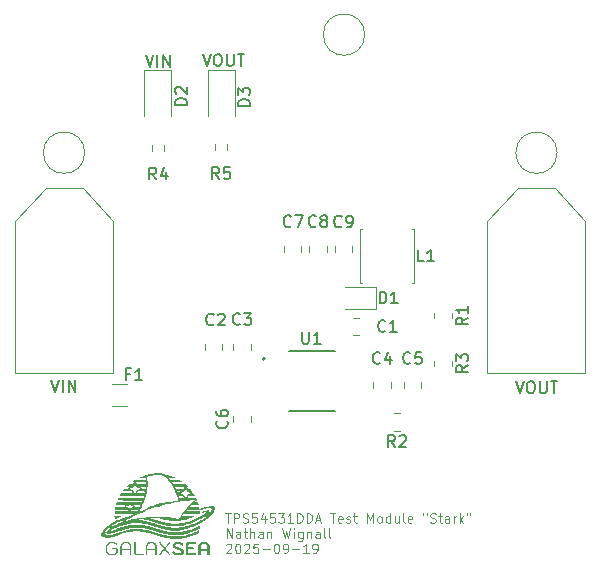
<source format=gbr>
%TF.GenerationSoftware,KiCad,Pcbnew,9.0.3*%
%TF.CreationDate,2025-09-19T13:58:25-05:00*%
%TF.ProjectId,galaxsea_26_pdb,67616c61-7873-4656-915f-32365f706462,rev?*%
%TF.SameCoordinates,Original*%
%TF.FileFunction,Legend,Top*%
%TF.FilePolarity,Positive*%
%FSLAX46Y46*%
G04 Gerber Fmt 4.6, Leading zero omitted, Abs format (unit mm)*
G04 Created by KiCad (PCBNEW 9.0.3) date 2025-09-19 13:58:25*
%MOMM*%
%LPD*%
G01*
G04 APERTURE LIST*
%ADD10C,0.187500*%
%ADD11C,0.100000*%
%ADD12C,0.150000*%
%ADD13C,0.120000*%
%ADD14C,0.127000*%
%ADD15C,0.200000*%
%ADD16C,0.000000*%
G04 APERTURE END LIST*
D10*
X168238095Y-91352869D02*
X168571428Y-92352869D01*
X168571428Y-92352869D02*
X168904761Y-91352869D01*
X169428571Y-91352869D02*
X169619047Y-91352869D01*
X169619047Y-91352869D02*
X169714285Y-91400488D01*
X169714285Y-91400488D02*
X169809523Y-91495726D01*
X169809523Y-91495726D02*
X169857142Y-91686202D01*
X169857142Y-91686202D02*
X169857142Y-92019535D01*
X169857142Y-92019535D02*
X169809523Y-92210011D01*
X169809523Y-92210011D02*
X169714285Y-92305250D01*
X169714285Y-92305250D02*
X169619047Y-92352869D01*
X169619047Y-92352869D02*
X169428571Y-92352869D01*
X169428571Y-92352869D02*
X169333333Y-92305250D01*
X169333333Y-92305250D02*
X169238095Y-92210011D01*
X169238095Y-92210011D02*
X169190476Y-92019535D01*
X169190476Y-92019535D02*
X169190476Y-91686202D01*
X169190476Y-91686202D02*
X169238095Y-91495726D01*
X169238095Y-91495726D02*
X169333333Y-91400488D01*
X169333333Y-91400488D02*
X169428571Y-91352869D01*
X170285714Y-91352869D02*
X170285714Y-92162392D01*
X170285714Y-92162392D02*
X170333333Y-92257630D01*
X170333333Y-92257630D02*
X170380952Y-92305250D01*
X170380952Y-92305250D02*
X170476190Y-92352869D01*
X170476190Y-92352869D02*
X170666666Y-92352869D01*
X170666666Y-92352869D02*
X170761904Y-92305250D01*
X170761904Y-92305250D02*
X170809523Y-92257630D01*
X170809523Y-92257630D02*
X170857142Y-92162392D01*
X170857142Y-92162392D02*
X170857142Y-91352869D01*
X171190476Y-91352869D02*
X171761904Y-91352869D01*
X171476190Y-92352869D02*
X171476190Y-91352869D01*
X128904762Y-91252869D02*
X129238095Y-92252869D01*
X129238095Y-92252869D02*
X129571428Y-91252869D01*
X129904762Y-92252869D02*
X129904762Y-91252869D01*
X130380952Y-92252869D02*
X130380952Y-91252869D01*
X130380952Y-91252869D02*
X130952380Y-92252869D01*
X130952380Y-92252869D02*
X130952380Y-91252869D01*
X141738095Y-63652869D02*
X142071428Y-64652869D01*
X142071428Y-64652869D02*
X142404761Y-63652869D01*
X142928571Y-63652869D02*
X143119047Y-63652869D01*
X143119047Y-63652869D02*
X143214285Y-63700488D01*
X143214285Y-63700488D02*
X143309523Y-63795726D01*
X143309523Y-63795726D02*
X143357142Y-63986202D01*
X143357142Y-63986202D02*
X143357142Y-64319535D01*
X143357142Y-64319535D02*
X143309523Y-64510011D01*
X143309523Y-64510011D02*
X143214285Y-64605250D01*
X143214285Y-64605250D02*
X143119047Y-64652869D01*
X143119047Y-64652869D02*
X142928571Y-64652869D01*
X142928571Y-64652869D02*
X142833333Y-64605250D01*
X142833333Y-64605250D02*
X142738095Y-64510011D01*
X142738095Y-64510011D02*
X142690476Y-64319535D01*
X142690476Y-64319535D02*
X142690476Y-63986202D01*
X142690476Y-63986202D02*
X142738095Y-63795726D01*
X142738095Y-63795726D02*
X142833333Y-63700488D01*
X142833333Y-63700488D02*
X142928571Y-63652869D01*
X143785714Y-63652869D02*
X143785714Y-64462392D01*
X143785714Y-64462392D02*
X143833333Y-64557630D01*
X143833333Y-64557630D02*
X143880952Y-64605250D01*
X143880952Y-64605250D02*
X143976190Y-64652869D01*
X143976190Y-64652869D02*
X144166666Y-64652869D01*
X144166666Y-64652869D02*
X144261904Y-64605250D01*
X144261904Y-64605250D02*
X144309523Y-64557630D01*
X144309523Y-64557630D02*
X144357142Y-64462392D01*
X144357142Y-64462392D02*
X144357142Y-63652869D01*
X144690476Y-63652869D02*
X145261904Y-63652869D01*
X144976190Y-64652869D02*
X144976190Y-63652869D01*
X136904762Y-63715369D02*
X137238095Y-64715369D01*
X137238095Y-64715369D02*
X137571428Y-63715369D01*
X137904762Y-64715369D02*
X137904762Y-63715369D01*
X138380952Y-64715369D02*
X138380952Y-63715369D01*
X138380952Y-63715369D02*
X138952380Y-64715369D01*
X138952380Y-64715369D02*
X138952380Y-63715369D01*
D11*
X143641979Y-102520985D02*
X144099122Y-102520985D01*
X143870550Y-103320985D02*
X143870550Y-102520985D01*
X144365789Y-103320985D02*
X144365789Y-102520985D01*
X144365789Y-102520985D02*
X144670551Y-102520985D01*
X144670551Y-102520985D02*
X144746741Y-102559080D01*
X144746741Y-102559080D02*
X144784836Y-102597175D01*
X144784836Y-102597175D02*
X144822932Y-102673366D01*
X144822932Y-102673366D02*
X144822932Y-102787651D01*
X144822932Y-102787651D02*
X144784836Y-102863842D01*
X144784836Y-102863842D02*
X144746741Y-102901937D01*
X144746741Y-102901937D02*
X144670551Y-102940032D01*
X144670551Y-102940032D02*
X144365789Y-102940032D01*
X145127693Y-103282890D02*
X145241979Y-103320985D01*
X145241979Y-103320985D02*
X145432455Y-103320985D01*
X145432455Y-103320985D02*
X145508646Y-103282890D01*
X145508646Y-103282890D02*
X145546741Y-103244794D01*
X145546741Y-103244794D02*
X145584836Y-103168604D01*
X145584836Y-103168604D02*
X145584836Y-103092413D01*
X145584836Y-103092413D02*
X145546741Y-103016223D01*
X145546741Y-103016223D02*
X145508646Y-102978128D01*
X145508646Y-102978128D02*
X145432455Y-102940032D01*
X145432455Y-102940032D02*
X145280074Y-102901937D01*
X145280074Y-102901937D02*
X145203884Y-102863842D01*
X145203884Y-102863842D02*
X145165789Y-102825747D01*
X145165789Y-102825747D02*
X145127693Y-102749556D01*
X145127693Y-102749556D02*
X145127693Y-102673366D01*
X145127693Y-102673366D02*
X145165789Y-102597175D01*
X145165789Y-102597175D02*
X145203884Y-102559080D01*
X145203884Y-102559080D02*
X145280074Y-102520985D01*
X145280074Y-102520985D02*
X145470551Y-102520985D01*
X145470551Y-102520985D02*
X145584836Y-102559080D01*
X146308646Y-102520985D02*
X145927694Y-102520985D01*
X145927694Y-102520985D02*
X145889598Y-102901937D01*
X145889598Y-102901937D02*
X145927694Y-102863842D01*
X145927694Y-102863842D02*
X146003884Y-102825747D01*
X146003884Y-102825747D02*
X146194360Y-102825747D01*
X146194360Y-102825747D02*
X146270551Y-102863842D01*
X146270551Y-102863842D02*
X146308646Y-102901937D01*
X146308646Y-102901937D02*
X146346741Y-102978128D01*
X146346741Y-102978128D02*
X146346741Y-103168604D01*
X146346741Y-103168604D02*
X146308646Y-103244794D01*
X146308646Y-103244794D02*
X146270551Y-103282890D01*
X146270551Y-103282890D02*
X146194360Y-103320985D01*
X146194360Y-103320985D02*
X146003884Y-103320985D01*
X146003884Y-103320985D02*
X145927694Y-103282890D01*
X145927694Y-103282890D02*
X145889598Y-103244794D01*
X147032456Y-102787651D02*
X147032456Y-103320985D01*
X146841980Y-102482890D02*
X146651503Y-103054318D01*
X146651503Y-103054318D02*
X147146742Y-103054318D01*
X147832456Y-102520985D02*
X147451504Y-102520985D01*
X147451504Y-102520985D02*
X147413408Y-102901937D01*
X147413408Y-102901937D02*
X147451504Y-102863842D01*
X147451504Y-102863842D02*
X147527694Y-102825747D01*
X147527694Y-102825747D02*
X147718170Y-102825747D01*
X147718170Y-102825747D02*
X147794361Y-102863842D01*
X147794361Y-102863842D02*
X147832456Y-102901937D01*
X147832456Y-102901937D02*
X147870551Y-102978128D01*
X147870551Y-102978128D02*
X147870551Y-103168604D01*
X147870551Y-103168604D02*
X147832456Y-103244794D01*
X147832456Y-103244794D02*
X147794361Y-103282890D01*
X147794361Y-103282890D02*
X147718170Y-103320985D01*
X147718170Y-103320985D02*
X147527694Y-103320985D01*
X147527694Y-103320985D02*
X147451504Y-103282890D01*
X147451504Y-103282890D02*
X147413408Y-103244794D01*
X148137218Y-102520985D02*
X148632456Y-102520985D01*
X148632456Y-102520985D02*
X148365790Y-102825747D01*
X148365790Y-102825747D02*
X148480075Y-102825747D01*
X148480075Y-102825747D02*
X148556266Y-102863842D01*
X148556266Y-102863842D02*
X148594361Y-102901937D01*
X148594361Y-102901937D02*
X148632456Y-102978128D01*
X148632456Y-102978128D02*
X148632456Y-103168604D01*
X148632456Y-103168604D02*
X148594361Y-103244794D01*
X148594361Y-103244794D02*
X148556266Y-103282890D01*
X148556266Y-103282890D02*
X148480075Y-103320985D01*
X148480075Y-103320985D02*
X148251504Y-103320985D01*
X148251504Y-103320985D02*
X148175313Y-103282890D01*
X148175313Y-103282890D02*
X148137218Y-103244794D01*
X149394361Y-103320985D02*
X148937218Y-103320985D01*
X149165790Y-103320985D02*
X149165790Y-102520985D01*
X149165790Y-102520985D02*
X149089599Y-102635270D01*
X149089599Y-102635270D02*
X149013409Y-102711461D01*
X149013409Y-102711461D02*
X148937218Y-102749556D01*
X149737219Y-103320985D02*
X149737219Y-102520985D01*
X149737219Y-102520985D02*
X149927695Y-102520985D01*
X149927695Y-102520985D02*
X150041981Y-102559080D01*
X150041981Y-102559080D02*
X150118171Y-102635270D01*
X150118171Y-102635270D02*
X150156266Y-102711461D01*
X150156266Y-102711461D02*
X150194362Y-102863842D01*
X150194362Y-102863842D02*
X150194362Y-102978128D01*
X150194362Y-102978128D02*
X150156266Y-103130509D01*
X150156266Y-103130509D02*
X150118171Y-103206699D01*
X150118171Y-103206699D02*
X150041981Y-103282890D01*
X150041981Y-103282890D02*
X149927695Y-103320985D01*
X149927695Y-103320985D02*
X149737219Y-103320985D01*
X150537219Y-103320985D02*
X150537219Y-102520985D01*
X150537219Y-102520985D02*
X150727695Y-102520985D01*
X150727695Y-102520985D02*
X150841981Y-102559080D01*
X150841981Y-102559080D02*
X150918171Y-102635270D01*
X150918171Y-102635270D02*
X150956266Y-102711461D01*
X150956266Y-102711461D02*
X150994362Y-102863842D01*
X150994362Y-102863842D02*
X150994362Y-102978128D01*
X150994362Y-102978128D02*
X150956266Y-103130509D01*
X150956266Y-103130509D02*
X150918171Y-103206699D01*
X150918171Y-103206699D02*
X150841981Y-103282890D01*
X150841981Y-103282890D02*
X150727695Y-103320985D01*
X150727695Y-103320985D02*
X150537219Y-103320985D01*
X151299123Y-103092413D02*
X151680076Y-103092413D01*
X151222933Y-103320985D02*
X151489600Y-102520985D01*
X151489600Y-102520985D02*
X151756266Y-103320985D01*
X152518171Y-102520985D02*
X152975314Y-102520985D01*
X152746742Y-103320985D02*
X152746742Y-102520985D01*
X153546743Y-103282890D02*
X153470552Y-103320985D01*
X153470552Y-103320985D02*
X153318171Y-103320985D01*
X153318171Y-103320985D02*
X153241981Y-103282890D01*
X153241981Y-103282890D02*
X153203885Y-103206699D01*
X153203885Y-103206699D02*
X153203885Y-102901937D01*
X153203885Y-102901937D02*
X153241981Y-102825747D01*
X153241981Y-102825747D02*
X153318171Y-102787651D01*
X153318171Y-102787651D02*
X153470552Y-102787651D01*
X153470552Y-102787651D02*
X153546743Y-102825747D01*
X153546743Y-102825747D02*
X153584838Y-102901937D01*
X153584838Y-102901937D02*
X153584838Y-102978128D01*
X153584838Y-102978128D02*
X153203885Y-103054318D01*
X153889599Y-103282890D02*
X153965790Y-103320985D01*
X153965790Y-103320985D02*
X154118171Y-103320985D01*
X154118171Y-103320985D02*
X154194361Y-103282890D01*
X154194361Y-103282890D02*
X154232457Y-103206699D01*
X154232457Y-103206699D02*
X154232457Y-103168604D01*
X154232457Y-103168604D02*
X154194361Y-103092413D01*
X154194361Y-103092413D02*
X154118171Y-103054318D01*
X154118171Y-103054318D02*
X154003885Y-103054318D01*
X154003885Y-103054318D02*
X153927695Y-103016223D01*
X153927695Y-103016223D02*
X153889599Y-102940032D01*
X153889599Y-102940032D02*
X153889599Y-102901937D01*
X153889599Y-102901937D02*
X153927695Y-102825747D01*
X153927695Y-102825747D02*
X154003885Y-102787651D01*
X154003885Y-102787651D02*
X154118171Y-102787651D01*
X154118171Y-102787651D02*
X154194361Y-102825747D01*
X154461028Y-102787651D02*
X154765790Y-102787651D01*
X154575314Y-102520985D02*
X154575314Y-103206699D01*
X154575314Y-103206699D02*
X154613409Y-103282890D01*
X154613409Y-103282890D02*
X154689599Y-103320985D01*
X154689599Y-103320985D02*
X154765790Y-103320985D01*
X155641981Y-103320985D02*
X155641981Y-102520985D01*
X155641981Y-102520985D02*
X155908647Y-103092413D01*
X155908647Y-103092413D02*
X156175314Y-102520985D01*
X156175314Y-102520985D02*
X156175314Y-103320985D01*
X156670552Y-103320985D02*
X156594362Y-103282890D01*
X156594362Y-103282890D02*
X156556267Y-103244794D01*
X156556267Y-103244794D02*
X156518171Y-103168604D01*
X156518171Y-103168604D02*
X156518171Y-102940032D01*
X156518171Y-102940032D02*
X156556267Y-102863842D01*
X156556267Y-102863842D02*
X156594362Y-102825747D01*
X156594362Y-102825747D02*
X156670552Y-102787651D01*
X156670552Y-102787651D02*
X156784838Y-102787651D01*
X156784838Y-102787651D02*
X156861029Y-102825747D01*
X156861029Y-102825747D02*
X156899124Y-102863842D01*
X156899124Y-102863842D02*
X156937219Y-102940032D01*
X156937219Y-102940032D02*
X156937219Y-103168604D01*
X156937219Y-103168604D02*
X156899124Y-103244794D01*
X156899124Y-103244794D02*
X156861029Y-103282890D01*
X156861029Y-103282890D02*
X156784838Y-103320985D01*
X156784838Y-103320985D02*
X156670552Y-103320985D01*
X157622934Y-103320985D02*
X157622934Y-102520985D01*
X157622934Y-103282890D02*
X157546743Y-103320985D01*
X157546743Y-103320985D02*
X157394362Y-103320985D01*
X157394362Y-103320985D02*
X157318172Y-103282890D01*
X157318172Y-103282890D02*
X157280077Y-103244794D01*
X157280077Y-103244794D02*
X157241981Y-103168604D01*
X157241981Y-103168604D02*
X157241981Y-102940032D01*
X157241981Y-102940032D02*
X157280077Y-102863842D01*
X157280077Y-102863842D02*
X157318172Y-102825747D01*
X157318172Y-102825747D02*
X157394362Y-102787651D01*
X157394362Y-102787651D02*
X157546743Y-102787651D01*
X157546743Y-102787651D02*
X157622934Y-102825747D01*
X158346744Y-102787651D02*
X158346744Y-103320985D01*
X158003887Y-102787651D02*
X158003887Y-103206699D01*
X158003887Y-103206699D02*
X158041982Y-103282890D01*
X158041982Y-103282890D02*
X158118172Y-103320985D01*
X158118172Y-103320985D02*
X158232458Y-103320985D01*
X158232458Y-103320985D02*
X158308649Y-103282890D01*
X158308649Y-103282890D02*
X158346744Y-103244794D01*
X158841982Y-103320985D02*
X158765792Y-103282890D01*
X158765792Y-103282890D02*
X158727697Y-103206699D01*
X158727697Y-103206699D02*
X158727697Y-102520985D01*
X159451507Y-103282890D02*
X159375316Y-103320985D01*
X159375316Y-103320985D02*
X159222935Y-103320985D01*
X159222935Y-103320985D02*
X159146745Y-103282890D01*
X159146745Y-103282890D02*
X159108649Y-103206699D01*
X159108649Y-103206699D02*
X159108649Y-102901937D01*
X159108649Y-102901937D02*
X159146745Y-102825747D01*
X159146745Y-102825747D02*
X159222935Y-102787651D01*
X159222935Y-102787651D02*
X159375316Y-102787651D01*
X159375316Y-102787651D02*
X159451507Y-102825747D01*
X159451507Y-102825747D02*
X159489602Y-102901937D01*
X159489602Y-102901937D02*
X159489602Y-102978128D01*
X159489602Y-102978128D02*
X159108649Y-103054318D01*
X160403887Y-102520985D02*
X160403887Y-102673366D01*
X160708649Y-102520985D02*
X160708649Y-102673366D01*
X161013411Y-103282890D02*
X161127697Y-103320985D01*
X161127697Y-103320985D02*
X161318173Y-103320985D01*
X161318173Y-103320985D02*
X161394364Y-103282890D01*
X161394364Y-103282890D02*
X161432459Y-103244794D01*
X161432459Y-103244794D02*
X161470554Y-103168604D01*
X161470554Y-103168604D02*
X161470554Y-103092413D01*
X161470554Y-103092413D02*
X161432459Y-103016223D01*
X161432459Y-103016223D02*
X161394364Y-102978128D01*
X161394364Y-102978128D02*
X161318173Y-102940032D01*
X161318173Y-102940032D02*
X161165792Y-102901937D01*
X161165792Y-102901937D02*
X161089602Y-102863842D01*
X161089602Y-102863842D02*
X161051507Y-102825747D01*
X161051507Y-102825747D02*
X161013411Y-102749556D01*
X161013411Y-102749556D02*
X161013411Y-102673366D01*
X161013411Y-102673366D02*
X161051507Y-102597175D01*
X161051507Y-102597175D02*
X161089602Y-102559080D01*
X161089602Y-102559080D02*
X161165792Y-102520985D01*
X161165792Y-102520985D02*
X161356269Y-102520985D01*
X161356269Y-102520985D02*
X161470554Y-102559080D01*
X161699126Y-102787651D02*
X162003888Y-102787651D01*
X161813412Y-102520985D02*
X161813412Y-103206699D01*
X161813412Y-103206699D02*
X161851507Y-103282890D01*
X161851507Y-103282890D02*
X161927697Y-103320985D01*
X161927697Y-103320985D02*
X162003888Y-103320985D01*
X162613412Y-103320985D02*
X162613412Y-102901937D01*
X162613412Y-102901937D02*
X162575317Y-102825747D01*
X162575317Y-102825747D02*
X162499126Y-102787651D01*
X162499126Y-102787651D02*
X162346745Y-102787651D01*
X162346745Y-102787651D02*
X162270555Y-102825747D01*
X162613412Y-103282890D02*
X162537221Y-103320985D01*
X162537221Y-103320985D02*
X162346745Y-103320985D01*
X162346745Y-103320985D02*
X162270555Y-103282890D01*
X162270555Y-103282890D02*
X162232459Y-103206699D01*
X162232459Y-103206699D02*
X162232459Y-103130509D01*
X162232459Y-103130509D02*
X162270555Y-103054318D01*
X162270555Y-103054318D02*
X162346745Y-103016223D01*
X162346745Y-103016223D02*
X162537221Y-103016223D01*
X162537221Y-103016223D02*
X162613412Y-102978128D01*
X162994365Y-103320985D02*
X162994365Y-102787651D01*
X162994365Y-102940032D02*
X163032460Y-102863842D01*
X163032460Y-102863842D02*
X163070555Y-102825747D01*
X163070555Y-102825747D02*
X163146746Y-102787651D01*
X163146746Y-102787651D02*
X163222936Y-102787651D01*
X163489603Y-103320985D02*
X163489603Y-102520985D01*
X163565793Y-103016223D02*
X163794365Y-103320985D01*
X163794365Y-102787651D02*
X163489603Y-103092413D01*
X164099126Y-102520985D02*
X164099126Y-102673366D01*
X164403888Y-102520985D02*
X164403888Y-102673366D01*
X143756265Y-104608940D02*
X143756265Y-103808940D01*
X143756265Y-103808940D02*
X144213408Y-104608940D01*
X144213408Y-104608940D02*
X144213408Y-103808940D01*
X144937217Y-104608940D02*
X144937217Y-104189892D01*
X144937217Y-104189892D02*
X144899122Y-104113702D01*
X144899122Y-104113702D02*
X144822931Y-104075606D01*
X144822931Y-104075606D02*
X144670550Y-104075606D01*
X144670550Y-104075606D02*
X144594360Y-104113702D01*
X144937217Y-104570845D02*
X144861026Y-104608940D01*
X144861026Y-104608940D02*
X144670550Y-104608940D01*
X144670550Y-104608940D02*
X144594360Y-104570845D01*
X144594360Y-104570845D02*
X144556264Y-104494654D01*
X144556264Y-104494654D02*
X144556264Y-104418464D01*
X144556264Y-104418464D02*
X144594360Y-104342273D01*
X144594360Y-104342273D02*
X144670550Y-104304178D01*
X144670550Y-104304178D02*
X144861026Y-104304178D01*
X144861026Y-104304178D02*
X144937217Y-104266083D01*
X145203884Y-104075606D02*
X145508646Y-104075606D01*
X145318170Y-103808940D02*
X145318170Y-104494654D01*
X145318170Y-104494654D02*
X145356265Y-104570845D01*
X145356265Y-104570845D02*
X145432455Y-104608940D01*
X145432455Y-104608940D02*
X145508646Y-104608940D01*
X145775313Y-104608940D02*
X145775313Y-103808940D01*
X146118170Y-104608940D02*
X146118170Y-104189892D01*
X146118170Y-104189892D02*
X146080075Y-104113702D01*
X146080075Y-104113702D02*
X146003884Y-104075606D01*
X146003884Y-104075606D02*
X145889598Y-104075606D01*
X145889598Y-104075606D02*
X145813408Y-104113702D01*
X145813408Y-104113702D02*
X145775313Y-104151797D01*
X146841980Y-104608940D02*
X146841980Y-104189892D01*
X146841980Y-104189892D02*
X146803885Y-104113702D01*
X146803885Y-104113702D02*
X146727694Y-104075606D01*
X146727694Y-104075606D02*
X146575313Y-104075606D01*
X146575313Y-104075606D02*
X146499123Y-104113702D01*
X146841980Y-104570845D02*
X146765789Y-104608940D01*
X146765789Y-104608940D02*
X146575313Y-104608940D01*
X146575313Y-104608940D02*
X146499123Y-104570845D01*
X146499123Y-104570845D02*
X146461027Y-104494654D01*
X146461027Y-104494654D02*
X146461027Y-104418464D01*
X146461027Y-104418464D02*
X146499123Y-104342273D01*
X146499123Y-104342273D02*
X146575313Y-104304178D01*
X146575313Y-104304178D02*
X146765789Y-104304178D01*
X146765789Y-104304178D02*
X146841980Y-104266083D01*
X147222933Y-104075606D02*
X147222933Y-104608940D01*
X147222933Y-104151797D02*
X147261028Y-104113702D01*
X147261028Y-104113702D02*
X147337218Y-104075606D01*
X147337218Y-104075606D02*
X147451504Y-104075606D01*
X147451504Y-104075606D02*
X147527695Y-104113702D01*
X147527695Y-104113702D02*
X147565790Y-104189892D01*
X147565790Y-104189892D02*
X147565790Y-104608940D01*
X148480076Y-103808940D02*
X148670552Y-104608940D01*
X148670552Y-104608940D02*
X148822933Y-104037511D01*
X148822933Y-104037511D02*
X148975314Y-104608940D01*
X148975314Y-104608940D02*
X149165791Y-103808940D01*
X149470553Y-104608940D02*
X149470553Y-104075606D01*
X149470553Y-103808940D02*
X149432457Y-103847035D01*
X149432457Y-103847035D02*
X149470553Y-103885130D01*
X149470553Y-103885130D02*
X149508648Y-103847035D01*
X149508648Y-103847035D02*
X149470553Y-103808940D01*
X149470553Y-103808940D02*
X149470553Y-103885130D01*
X150194362Y-104075606D02*
X150194362Y-104723225D01*
X150194362Y-104723225D02*
X150156267Y-104799416D01*
X150156267Y-104799416D02*
X150118171Y-104837511D01*
X150118171Y-104837511D02*
X150041981Y-104875606D01*
X150041981Y-104875606D02*
X149927695Y-104875606D01*
X149927695Y-104875606D02*
X149851505Y-104837511D01*
X150194362Y-104570845D02*
X150118171Y-104608940D01*
X150118171Y-104608940D02*
X149965790Y-104608940D01*
X149965790Y-104608940D02*
X149889600Y-104570845D01*
X149889600Y-104570845D02*
X149851505Y-104532749D01*
X149851505Y-104532749D02*
X149813409Y-104456559D01*
X149813409Y-104456559D02*
X149813409Y-104227987D01*
X149813409Y-104227987D02*
X149851505Y-104151797D01*
X149851505Y-104151797D02*
X149889600Y-104113702D01*
X149889600Y-104113702D02*
X149965790Y-104075606D01*
X149965790Y-104075606D02*
X150118171Y-104075606D01*
X150118171Y-104075606D02*
X150194362Y-104113702D01*
X150575315Y-104075606D02*
X150575315Y-104608940D01*
X150575315Y-104151797D02*
X150613410Y-104113702D01*
X150613410Y-104113702D02*
X150689600Y-104075606D01*
X150689600Y-104075606D02*
X150803886Y-104075606D01*
X150803886Y-104075606D02*
X150880077Y-104113702D01*
X150880077Y-104113702D02*
X150918172Y-104189892D01*
X150918172Y-104189892D02*
X150918172Y-104608940D01*
X151641982Y-104608940D02*
X151641982Y-104189892D01*
X151641982Y-104189892D02*
X151603887Y-104113702D01*
X151603887Y-104113702D02*
X151527696Y-104075606D01*
X151527696Y-104075606D02*
X151375315Y-104075606D01*
X151375315Y-104075606D02*
X151299125Y-104113702D01*
X151641982Y-104570845D02*
X151565791Y-104608940D01*
X151565791Y-104608940D02*
X151375315Y-104608940D01*
X151375315Y-104608940D02*
X151299125Y-104570845D01*
X151299125Y-104570845D02*
X151261029Y-104494654D01*
X151261029Y-104494654D02*
X151261029Y-104418464D01*
X151261029Y-104418464D02*
X151299125Y-104342273D01*
X151299125Y-104342273D02*
X151375315Y-104304178D01*
X151375315Y-104304178D02*
X151565791Y-104304178D01*
X151565791Y-104304178D02*
X151641982Y-104266083D01*
X152137220Y-104608940D02*
X152061030Y-104570845D01*
X152061030Y-104570845D02*
X152022935Y-104494654D01*
X152022935Y-104494654D02*
X152022935Y-103808940D01*
X152556268Y-104608940D02*
X152480078Y-104570845D01*
X152480078Y-104570845D02*
X152441983Y-104494654D01*
X152441983Y-104494654D02*
X152441983Y-103808940D01*
X143718169Y-105173085D02*
X143756265Y-105134990D01*
X143756265Y-105134990D02*
X143832455Y-105096895D01*
X143832455Y-105096895D02*
X144022931Y-105096895D01*
X144022931Y-105096895D02*
X144099122Y-105134990D01*
X144099122Y-105134990D02*
X144137217Y-105173085D01*
X144137217Y-105173085D02*
X144175312Y-105249276D01*
X144175312Y-105249276D02*
X144175312Y-105325466D01*
X144175312Y-105325466D02*
X144137217Y-105439752D01*
X144137217Y-105439752D02*
X143680074Y-105896895D01*
X143680074Y-105896895D02*
X144175312Y-105896895D01*
X144670551Y-105096895D02*
X144746741Y-105096895D01*
X144746741Y-105096895D02*
X144822932Y-105134990D01*
X144822932Y-105134990D02*
X144861027Y-105173085D01*
X144861027Y-105173085D02*
X144899122Y-105249276D01*
X144899122Y-105249276D02*
X144937217Y-105401657D01*
X144937217Y-105401657D02*
X144937217Y-105592133D01*
X144937217Y-105592133D02*
X144899122Y-105744514D01*
X144899122Y-105744514D02*
X144861027Y-105820704D01*
X144861027Y-105820704D02*
X144822932Y-105858800D01*
X144822932Y-105858800D02*
X144746741Y-105896895D01*
X144746741Y-105896895D02*
X144670551Y-105896895D01*
X144670551Y-105896895D02*
X144594360Y-105858800D01*
X144594360Y-105858800D02*
X144556265Y-105820704D01*
X144556265Y-105820704D02*
X144518170Y-105744514D01*
X144518170Y-105744514D02*
X144480074Y-105592133D01*
X144480074Y-105592133D02*
X144480074Y-105401657D01*
X144480074Y-105401657D02*
X144518170Y-105249276D01*
X144518170Y-105249276D02*
X144556265Y-105173085D01*
X144556265Y-105173085D02*
X144594360Y-105134990D01*
X144594360Y-105134990D02*
X144670551Y-105096895D01*
X145241979Y-105173085D02*
X145280075Y-105134990D01*
X145280075Y-105134990D02*
X145356265Y-105096895D01*
X145356265Y-105096895D02*
X145546741Y-105096895D01*
X145546741Y-105096895D02*
X145622932Y-105134990D01*
X145622932Y-105134990D02*
X145661027Y-105173085D01*
X145661027Y-105173085D02*
X145699122Y-105249276D01*
X145699122Y-105249276D02*
X145699122Y-105325466D01*
X145699122Y-105325466D02*
X145661027Y-105439752D01*
X145661027Y-105439752D02*
X145203884Y-105896895D01*
X145203884Y-105896895D02*
X145699122Y-105896895D01*
X146422932Y-105096895D02*
X146041980Y-105096895D01*
X146041980Y-105096895D02*
X146003884Y-105477847D01*
X146003884Y-105477847D02*
X146041980Y-105439752D01*
X146041980Y-105439752D02*
X146118170Y-105401657D01*
X146118170Y-105401657D02*
X146308646Y-105401657D01*
X146308646Y-105401657D02*
X146384837Y-105439752D01*
X146384837Y-105439752D02*
X146422932Y-105477847D01*
X146422932Y-105477847D02*
X146461027Y-105554038D01*
X146461027Y-105554038D02*
X146461027Y-105744514D01*
X146461027Y-105744514D02*
X146422932Y-105820704D01*
X146422932Y-105820704D02*
X146384837Y-105858800D01*
X146384837Y-105858800D02*
X146308646Y-105896895D01*
X146308646Y-105896895D02*
X146118170Y-105896895D01*
X146118170Y-105896895D02*
X146041980Y-105858800D01*
X146041980Y-105858800D02*
X146003884Y-105820704D01*
X146803885Y-105592133D02*
X147413409Y-105592133D01*
X147946742Y-105096895D02*
X148022932Y-105096895D01*
X148022932Y-105096895D02*
X148099123Y-105134990D01*
X148099123Y-105134990D02*
X148137218Y-105173085D01*
X148137218Y-105173085D02*
X148175313Y-105249276D01*
X148175313Y-105249276D02*
X148213408Y-105401657D01*
X148213408Y-105401657D02*
X148213408Y-105592133D01*
X148213408Y-105592133D02*
X148175313Y-105744514D01*
X148175313Y-105744514D02*
X148137218Y-105820704D01*
X148137218Y-105820704D02*
X148099123Y-105858800D01*
X148099123Y-105858800D02*
X148022932Y-105896895D01*
X148022932Y-105896895D02*
X147946742Y-105896895D01*
X147946742Y-105896895D02*
X147870551Y-105858800D01*
X147870551Y-105858800D02*
X147832456Y-105820704D01*
X147832456Y-105820704D02*
X147794361Y-105744514D01*
X147794361Y-105744514D02*
X147756265Y-105592133D01*
X147756265Y-105592133D02*
X147756265Y-105401657D01*
X147756265Y-105401657D02*
X147794361Y-105249276D01*
X147794361Y-105249276D02*
X147832456Y-105173085D01*
X147832456Y-105173085D02*
X147870551Y-105134990D01*
X147870551Y-105134990D02*
X147946742Y-105096895D01*
X148594361Y-105896895D02*
X148746742Y-105896895D01*
X148746742Y-105896895D02*
X148822932Y-105858800D01*
X148822932Y-105858800D02*
X148861028Y-105820704D01*
X148861028Y-105820704D02*
X148937218Y-105706419D01*
X148937218Y-105706419D02*
X148975313Y-105554038D01*
X148975313Y-105554038D02*
X148975313Y-105249276D01*
X148975313Y-105249276D02*
X148937218Y-105173085D01*
X148937218Y-105173085D02*
X148899123Y-105134990D01*
X148899123Y-105134990D02*
X148822932Y-105096895D01*
X148822932Y-105096895D02*
X148670551Y-105096895D01*
X148670551Y-105096895D02*
X148594361Y-105134990D01*
X148594361Y-105134990D02*
X148556266Y-105173085D01*
X148556266Y-105173085D02*
X148518170Y-105249276D01*
X148518170Y-105249276D02*
X148518170Y-105439752D01*
X148518170Y-105439752D02*
X148556266Y-105515942D01*
X148556266Y-105515942D02*
X148594361Y-105554038D01*
X148594361Y-105554038D02*
X148670551Y-105592133D01*
X148670551Y-105592133D02*
X148822932Y-105592133D01*
X148822932Y-105592133D02*
X148899123Y-105554038D01*
X148899123Y-105554038D02*
X148937218Y-105515942D01*
X148937218Y-105515942D02*
X148975313Y-105439752D01*
X149318171Y-105592133D02*
X149927695Y-105592133D01*
X150727694Y-105896895D02*
X150270551Y-105896895D01*
X150499123Y-105896895D02*
X150499123Y-105096895D01*
X150499123Y-105096895D02*
X150422932Y-105211180D01*
X150422932Y-105211180D02*
X150346742Y-105287371D01*
X150346742Y-105287371D02*
X150270551Y-105325466D01*
X151108647Y-105896895D02*
X151261028Y-105896895D01*
X151261028Y-105896895D02*
X151337218Y-105858800D01*
X151337218Y-105858800D02*
X151375314Y-105820704D01*
X151375314Y-105820704D02*
X151451504Y-105706419D01*
X151451504Y-105706419D02*
X151489599Y-105554038D01*
X151489599Y-105554038D02*
X151489599Y-105249276D01*
X151489599Y-105249276D02*
X151451504Y-105173085D01*
X151451504Y-105173085D02*
X151413409Y-105134990D01*
X151413409Y-105134990D02*
X151337218Y-105096895D01*
X151337218Y-105096895D02*
X151184837Y-105096895D01*
X151184837Y-105096895D02*
X151108647Y-105134990D01*
X151108647Y-105134990D02*
X151070552Y-105173085D01*
X151070552Y-105173085D02*
X151032456Y-105249276D01*
X151032456Y-105249276D02*
X151032456Y-105439752D01*
X151032456Y-105439752D02*
X151070552Y-105515942D01*
X151070552Y-105515942D02*
X151108647Y-105554038D01*
X151108647Y-105554038D02*
X151184837Y-105592133D01*
X151184837Y-105592133D02*
X151337218Y-105592133D01*
X151337218Y-105592133D02*
X151413409Y-105554038D01*
X151413409Y-105554038D02*
X151451504Y-105515942D01*
X151451504Y-105515942D02*
X151489599Y-105439752D01*
D12*
X137803333Y-74267319D02*
X137470000Y-73791128D01*
X137231905Y-74267319D02*
X137231905Y-73267319D01*
X137231905Y-73267319D02*
X137612857Y-73267319D01*
X137612857Y-73267319D02*
X137708095Y-73314938D01*
X137708095Y-73314938D02*
X137755714Y-73362557D01*
X137755714Y-73362557D02*
X137803333Y-73457795D01*
X137803333Y-73457795D02*
X137803333Y-73600652D01*
X137803333Y-73600652D02*
X137755714Y-73695890D01*
X137755714Y-73695890D02*
X137708095Y-73743509D01*
X137708095Y-73743509D02*
X137612857Y-73791128D01*
X137612857Y-73791128D02*
X137231905Y-73791128D01*
X138660476Y-73600652D02*
X138660476Y-74267319D01*
X138422381Y-73219700D02*
X138184286Y-73933985D01*
X138184286Y-73933985D02*
X138803333Y-73933985D01*
X160463333Y-81204819D02*
X159987143Y-81204819D01*
X159987143Y-81204819D02*
X159987143Y-80204819D01*
X161320476Y-81204819D02*
X160749048Y-81204819D01*
X161034762Y-81204819D02*
X161034762Y-80204819D01*
X161034762Y-80204819D02*
X160939524Y-80347676D01*
X160939524Y-80347676D02*
X160844286Y-80442914D01*
X160844286Y-80442914D02*
X160749048Y-80490533D01*
X150153095Y-87169819D02*
X150153095Y-87979342D01*
X150153095Y-87979342D02*
X150200714Y-88074580D01*
X150200714Y-88074580D02*
X150248333Y-88122200D01*
X150248333Y-88122200D02*
X150343571Y-88169819D01*
X150343571Y-88169819D02*
X150534047Y-88169819D01*
X150534047Y-88169819D02*
X150629285Y-88122200D01*
X150629285Y-88122200D02*
X150676904Y-88074580D01*
X150676904Y-88074580D02*
X150724523Y-87979342D01*
X150724523Y-87979342D02*
X150724523Y-87169819D01*
X151724523Y-88169819D02*
X151153095Y-88169819D01*
X151438809Y-88169819D02*
X151438809Y-87169819D01*
X151438809Y-87169819D02*
X151343571Y-87312676D01*
X151343571Y-87312676D02*
X151248333Y-87407914D01*
X151248333Y-87407914D02*
X151153095Y-87455533D01*
X164189819Y-85954166D02*
X163713628Y-86287499D01*
X164189819Y-86525594D02*
X163189819Y-86525594D01*
X163189819Y-86525594D02*
X163189819Y-86144642D01*
X163189819Y-86144642D02*
X163237438Y-86049404D01*
X163237438Y-86049404D02*
X163285057Y-86001785D01*
X163285057Y-86001785D02*
X163380295Y-85954166D01*
X163380295Y-85954166D02*
X163523152Y-85954166D01*
X163523152Y-85954166D02*
X163618390Y-86001785D01*
X163618390Y-86001785D02*
X163666009Y-86049404D01*
X163666009Y-86049404D02*
X163713628Y-86144642D01*
X163713628Y-86144642D02*
X163713628Y-86525594D01*
X164189819Y-85001785D02*
X164189819Y-85573213D01*
X164189819Y-85287499D02*
X163189819Y-85287499D01*
X163189819Y-85287499D02*
X163332676Y-85382737D01*
X163332676Y-85382737D02*
X163427914Y-85477975D01*
X163427914Y-85477975D02*
X163475533Y-85573213D01*
X157203333Y-87069580D02*
X157155714Y-87117200D01*
X157155714Y-87117200D02*
X157012857Y-87164819D01*
X157012857Y-87164819D02*
X156917619Y-87164819D01*
X156917619Y-87164819D02*
X156774762Y-87117200D01*
X156774762Y-87117200D02*
X156679524Y-87021961D01*
X156679524Y-87021961D02*
X156631905Y-86926723D01*
X156631905Y-86926723D02*
X156584286Y-86736247D01*
X156584286Y-86736247D02*
X156584286Y-86593390D01*
X156584286Y-86593390D02*
X156631905Y-86402914D01*
X156631905Y-86402914D02*
X156679524Y-86307676D01*
X156679524Y-86307676D02*
X156774762Y-86212438D01*
X156774762Y-86212438D02*
X156917619Y-86164819D01*
X156917619Y-86164819D02*
X157012857Y-86164819D01*
X157012857Y-86164819D02*
X157155714Y-86212438D01*
X157155714Y-86212438D02*
X157203333Y-86260057D01*
X158155714Y-87164819D02*
X157584286Y-87164819D01*
X157870000Y-87164819D02*
X157870000Y-86164819D01*
X157870000Y-86164819D02*
X157774762Y-86307676D01*
X157774762Y-86307676D02*
X157679524Y-86402914D01*
X157679524Y-86402914D02*
X157584286Y-86450533D01*
X144903333Y-86494580D02*
X144855714Y-86542200D01*
X144855714Y-86542200D02*
X144712857Y-86589819D01*
X144712857Y-86589819D02*
X144617619Y-86589819D01*
X144617619Y-86589819D02*
X144474762Y-86542200D01*
X144474762Y-86542200D02*
X144379524Y-86446961D01*
X144379524Y-86446961D02*
X144331905Y-86351723D01*
X144331905Y-86351723D02*
X144284286Y-86161247D01*
X144284286Y-86161247D02*
X144284286Y-86018390D01*
X144284286Y-86018390D02*
X144331905Y-85827914D01*
X144331905Y-85827914D02*
X144379524Y-85732676D01*
X144379524Y-85732676D02*
X144474762Y-85637438D01*
X144474762Y-85637438D02*
X144617619Y-85589819D01*
X144617619Y-85589819D02*
X144712857Y-85589819D01*
X144712857Y-85589819D02*
X144855714Y-85637438D01*
X144855714Y-85637438D02*
X144903333Y-85685057D01*
X145236667Y-85589819D02*
X145855714Y-85589819D01*
X145855714Y-85589819D02*
X145522381Y-85970771D01*
X145522381Y-85970771D02*
X145665238Y-85970771D01*
X145665238Y-85970771D02*
X145760476Y-86018390D01*
X145760476Y-86018390D02*
X145808095Y-86066009D01*
X145808095Y-86066009D02*
X145855714Y-86161247D01*
X145855714Y-86161247D02*
X145855714Y-86399342D01*
X145855714Y-86399342D02*
X145808095Y-86494580D01*
X145808095Y-86494580D02*
X145760476Y-86542200D01*
X145760476Y-86542200D02*
X145665238Y-86589819D01*
X145665238Y-86589819D02*
X145379524Y-86589819D01*
X145379524Y-86589819D02*
X145284286Y-86542200D01*
X145284286Y-86542200D02*
X145236667Y-86494580D01*
X164189819Y-90004166D02*
X163713628Y-90337499D01*
X164189819Y-90575594D02*
X163189819Y-90575594D01*
X163189819Y-90575594D02*
X163189819Y-90194642D01*
X163189819Y-90194642D02*
X163237438Y-90099404D01*
X163237438Y-90099404D02*
X163285057Y-90051785D01*
X163285057Y-90051785D02*
X163380295Y-90004166D01*
X163380295Y-90004166D02*
X163523152Y-90004166D01*
X163523152Y-90004166D02*
X163618390Y-90051785D01*
X163618390Y-90051785D02*
X163666009Y-90099404D01*
X163666009Y-90099404D02*
X163713628Y-90194642D01*
X163713628Y-90194642D02*
X163713628Y-90575594D01*
X163189819Y-89670832D02*
X163189819Y-89051785D01*
X163189819Y-89051785D02*
X163570771Y-89385118D01*
X163570771Y-89385118D02*
X163570771Y-89242261D01*
X163570771Y-89242261D02*
X163618390Y-89147023D01*
X163618390Y-89147023D02*
X163666009Y-89099404D01*
X163666009Y-89099404D02*
X163761247Y-89051785D01*
X163761247Y-89051785D02*
X163999342Y-89051785D01*
X163999342Y-89051785D02*
X164094580Y-89099404D01*
X164094580Y-89099404D02*
X164142200Y-89147023D01*
X164142200Y-89147023D02*
X164189819Y-89242261D01*
X164189819Y-89242261D02*
X164189819Y-89527975D01*
X164189819Y-89527975D02*
X164142200Y-89623213D01*
X164142200Y-89623213D02*
X164094580Y-89670832D01*
X156768333Y-89784580D02*
X156720714Y-89832200D01*
X156720714Y-89832200D02*
X156577857Y-89879819D01*
X156577857Y-89879819D02*
X156482619Y-89879819D01*
X156482619Y-89879819D02*
X156339762Y-89832200D01*
X156339762Y-89832200D02*
X156244524Y-89736961D01*
X156244524Y-89736961D02*
X156196905Y-89641723D01*
X156196905Y-89641723D02*
X156149286Y-89451247D01*
X156149286Y-89451247D02*
X156149286Y-89308390D01*
X156149286Y-89308390D02*
X156196905Y-89117914D01*
X156196905Y-89117914D02*
X156244524Y-89022676D01*
X156244524Y-89022676D02*
X156339762Y-88927438D01*
X156339762Y-88927438D02*
X156482619Y-88879819D01*
X156482619Y-88879819D02*
X156577857Y-88879819D01*
X156577857Y-88879819D02*
X156720714Y-88927438D01*
X156720714Y-88927438D02*
X156768333Y-88975057D01*
X157625476Y-89213152D02*
X157625476Y-89879819D01*
X157387381Y-88832200D02*
X157149286Y-89546485D01*
X157149286Y-89546485D02*
X157768333Y-89546485D01*
X151333333Y-78209580D02*
X151285714Y-78257200D01*
X151285714Y-78257200D02*
X151142857Y-78304819D01*
X151142857Y-78304819D02*
X151047619Y-78304819D01*
X151047619Y-78304819D02*
X150904762Y-78257200D01*
X150904762Y-78257200D02*
X150809524Y-78161961D01*
X150809524Y-78161961D02*
X150761905Y-78066723D01*
X150761905Y-78066723D02*
X150714286Y-77876247D01*
X150714286Y-77876247D02*
X150714286Y-77733390D01*
X150714286Y-77733390D02*
X150761905Y-77542914D01*
X150761905Y-77542914D02*
X150809524Y-77447676D01*
X150809524Y-77447676D02*
X150904762Y-77352438D01*
X150904762Y-77352438D02*
X151047619Y-77304819D01*
X151047619Y-77304819D02*
X151142857Y-77304819D01*
X151142857Y-77304819D02*
X151285714Y-77352438D01*
X151285714Y-77352438D02*
X151333333Y-77400057D01*
X151904762Y-77733390D02*
X151809524Y-77685771D01*
X151809524Y-77685771D02*
X151761905Y-77638152D01*
X151761905Y-77638152D02*
X151714286Y-77542914D01*
X151714286Y-77542914D02*
X151714286Y-77495295D01*
X151714286Y-77495295D02*
X151761905Y-77400057D01*
X151761905Y-77400057D02*
X151809524Y-77352438D01*
X151809524Y-77352438D02*
X151904762Y-77304819D01*
X151904762Y-77304819D02*
X152095238Y-77304819D01*
X152095238Y-77304819D02*
X152190476Y-77352438D01*
X152190476Y-77352438D02*
X152238095Y-77400057D01*
X152238095Y-77400057D02*
X152285714Y-77495295D01*
X152285714Y-77495295D02*
X152285714Y-77542914D01*
X152285714Y-77542914D02*
X152238095Y-77638152D01*
X152238095Y-77638152D02*
X152190476Y-77685771D01*
X152190476Y-77685771D02*
X152095238Y-77733390D01*
X152095238Y-77733390D02*
X151904762Y-77733390D01*
X151904762Y-77733390D02*
X151809524Y-77781009D01*
X151809524Y-77781009D02*
X151761905Y-77828628D01*
X151761905Y-77828628D02*
X151714286Y-77923866D01*
X151714286Y-77923866D02*
X151714286Y-78114342D01*
X151714286Y-78114342D02*
X151761905Y-78209580D01*
X151761905Y-78209580D02*
X151809524Y-78257200D01*
X151809524Y-78257200D02*
X151904762Y-78304819D01*
X151904762Y-78304819D02*
X152095238Y-78304819D01*
X152095238Y-78304819D02*
X152190476Y-78257200D01*
X152190476Y-78257200D02*
X152238095Y-78209580D01*
X152238095Y-78209580D02*
X152285714Y-78114342D01*
X152285714Y-78114342D02*
X152285714Y-77923866D01*
X152285714Y-77923866D02*
X152238095Y-77828628D01*
X152238095Y-77828628D02*
X152190476Y-77781009D01*
X152190476Y-77781009D02*
X152095238Y-77733390D01*
X143128333Y-74217319D02*
X142795000Y-73741128D01*
X142556905Y-74217319D02*
X142556905Y-73217319D01*
X142556905Y-73217319D02*
X142937857Y-73217319D01*
X142937857Y-73217319D02*
X143033095Y-73264938D01*
X143033095Y-73264938D02*
X143080714Y-73312557D01*
X143080714Y-73312557D02*
X143128333Y-73407795D01*
X143128333Y-73407795D02*
X143128333Y-73550652D01*
X143128333Y-73550652D02*
X143080714Y-73645890D01*
X143080714Y-73645890D02*
X143033095Y-73693509D01*
X143033095Y-73693509D02*
X142937857Y-73741128D01*
X142937857Y-73741128D02*
X142556905Y-73741128D01*
X144033095Y-73217319D02*
X143556905Y-73217319D01*
X143556905Y-73217319D02*
X143509286Y-73693509D01*
X143509286Y-73693509D02*
X143556905Y-73645890D01*
X143556905Y-73645890D02*
X143652143Y-73598271D01*
X143652143Y-73598271D02*
X143890238Y-73598271D01*
X143890238Y-73598271D02*
X143985476Y-73645890D01*
X143985476Y-73645890D02*
X144033095Y-73693509D01*
X144033095Y-73693509D02*
X144080714Y-73788747D01*
X144080714Y-73788747D02*
X144080714Y-74026842D01*
X144080714Y-74026842D02*
X144033095Y-74122080D01*
X144033095Y-74122080D02*
X143985476Y-74169700D01*
X143985476Y-74169700D02*
X143890238Y-74217319D01*
X143890238Y-74217319D02*
X143652143Y-74217319D01*
X143652143Y-74217319D02*
X143556905Y-74169700D01*
X143556905Y-74169700D02*
X143509286Y-74122080D01*
X143774580Y-94696666D02*
X143822200Y-94744285D01*
X143822200Y-94744285D02*
X143869819Y-94887142D01*
X143869819Y-94887142D02*
X143869819Y-94982380D01*
X143869819Y-94982380D02*
X143822200Y-95125237D01*
X143822200Y-95125237D02*
X143726961Y-95220475D01*
X143726961Y-95220475D02*
X143631723Y-95268094D01*
X143631723Y-95268094D02*
X143441247Y-95315713D01*
X143441247Y-95315713D02*
X143298390Y-95315713D01*
X143298390Y-95315713D02*
X143107914Y-95268094D01*
X143107914Y-95268094D02*
X143012676Y-95220475D01*
X143012676Y-95220475D02*
X142917438Y-95125237D01*
X142917438Y-95125237D02*
X142869819Y-94982380D01*
X142869819Y-94982380D02*
X142869819Y-94887142D01*
X142869819Y-94887142D02*
X142917438Y-94744285D01*
X142917438Y-94744285D02*
X142965057Y-94696666D01*
X142869819Y-93839523D02*
X142869819Y-94029999D01*
X142869819Y-94029999D02*
X142917438Y-94125237D01*
X142917438Y-94125237D02*
X142965057Y-94172856D01*
X142965057Y-94172856D02*
X143107914Y-94268094D01*
X143107914Y-94268094D02*
X143298390Y-94315713D01*
X143298390Y-94315713D02*
X143679342Y-94315713D01*
X143679342Y-94315713D02*
X143774580Y-94268094D01*
X143774580Y-94268094D02*
X143822200Y-94220475D01*
X143822200Y-94220475D02*
X143869819Y-94125237D01*
X143869819Y-94125237D02*
X143869819Y-93934761D01*
X143869819Y-93934761D02*
X143822200Y-93839523D01*
X143822200Y-93839523D02*
X143774580Y-93791904D01*
X143774580Y-93791904D02*
X143679342Y-93744285D01*
X143679342Y-93744285D02*
X143441247Y-93744285D01*
X143441247Y-93744285D02*
X143346009Y-93791904D01*
X143346009Y-93791904D02*
X143298390Y-93839523D01*
X143298390Y-93839523D02*
X143250771Y-93934761D01*
X143250771Y-93934761D02*
X143250771Y-94125237D01*
X143250771Y-94125237D02*
X143298390Y-94220475D01*
X143298390Y-94220475D02*
X143346009Y-94268094D01*
X143346009Y-94268094D02*
X143441247Y-94315713D01*
X158020833Y-96904819D02*
X157687500Y-96428628D01*
X157449405Y-96904819D02*
X157449405Y-95904819D01*
X157449405Y-95904819D02*
X157830357Y-95904819D01*
X157830357Y-95904819D02*
X157925595Y-95952438D01*
X157925595Y-95952438D02*
X157973214Y-96000057D01*
X157973214Y-96000057D02*
X158020833Y-96095295D01*
X158020833Y-96095295D02*
X158020833Y-96238152D01*
X158020833Y-96238152D02*
X157973214Y-96333390D01*
X157973214Y-96333390D02*
X157925595Y-96381009D01*
X157925595Y-96381009D02*
X157830357Y-96428628D01*
X157830357Y-96428628D02*
X157449405Y-96428628D01*
X158401786Y-96000057D02*
X158449405Y-95952438D01*
X158449405Y-95952438D02*
X158544643Y-95904819D01*
X158544643Y-95904819D02*
X158782738Y-95904819D01*
X158782738Y-95904819D02*
X158877976Y-95952438D01*
X158877976Y-95952438D02*
X158925595Y-96000057D01*
X158925595Y-96000057D02*
X158973214Y-96095295D01*
X158973214Y-96095295D02*
X158973214Y-96190533D01*
X158973214Y-96190533D02*
X158925595Y-96333390D01*
X158925595Y-96333390D02*
X158354167Y-96904819D01*
X158354167Y-96904819D02*
X158973214Y-96904819D01*
X149203333Y-78219580D02*
X149155714Y-78267200D01*
X149155714Y-78267200D02*
X149012857Y-78314819D01*
X149012857Y-78314819D02*
X148917619Y-78314819D01*
X148917619Y-78314819D02*
X148774762Y-78267200D01*
X148774762Y-78267200D02*
X148679524Y-78171961D01*
X148679524Y-78171961D02*
X148631905Y-78076723D01*
X148631905Y-78076723D02*
X148584286Y-77886247D01*
X148584286Y-77886247D02*
X148584286Y-77743390D01*
X148584286Y-77743390D02*
X148631905Y-77552914D01*
X148631905Y-77552914D02*
X148679524Y-77457676D01*
X148679524Y-77457676D02*
X148774762Y-77362438D01*
X148774762Y-77362438D02*
X148917619Y-77314819D01*
X148917619Y-77314819D02*
X149012857Y-77314819D01*
X149012857Y-77314819D02*
X149155714Y-77362438D01*
X149155714Y-77362438D02*
X149203333Y-77410057D01*
X149536667Y-77314819D02*
X150203333Y-77314819D01*
X150203333Y-77314819D02*
X149774762Y-78314819D01*
X145749819Y-68025594D02*
X144749819Y-68025594D01*
X144749819Y-68025594D02*
X144749819Y-67787499D01*
X144749819Y-67787499D02*
X144797438Y-67644642D01*
X144797438Y-67644642D02*
X144892676Y-67549404D01*
X144892676Y-67549404D02*
X144987914Y-67501785D01*
X144987914Y-67501785D02*
X145178390Y-67454166D01*
X145178390Y-67454166D02*
X145321247Y-67454166D01*
X145321247Y-67454166D02*
X145511723Y-67501785D01*
X145511723Y-67501785D02*
X145606961Y-67549404D01*
X145606961Y-67549404D02*
X145702200Y-67644642D01*
X145702200Y-67644642D02*
X145749819Y-67787499D01*
X145749819Y-67787499D02*
X145749819Y-68025594D01*
X144749819Y-67120832D02*
X144749819Y-66501785D01*
X144749819Y-66501785D02*
X145130771Y-66835118D01*
X145130771Y-66835118D02*
X145130771Y-66692261D01*
X145130771Y-66692261D02*
X145178390Y-66597023D01*
X145178390Y-66597023D02*
X145226009Y-66549404D01*
X145226009Y-66549404D02*
X145321247Y-66501785D01*
X145321247Y-66501785D02*
X145559342Y-66501785D01*
X145559342Y-66501785D02*
X145654580Y-66549404D01*
X145654580Y-66549404D02*
X145702200Y-66597023D01*
X145702200Y-66597023D02*
X145749819Y-66692261D01*
X145749819Y-66692261D02*
X145749819Y-66977975D01*
X145749819Y-66977975D02*
X145702200Y-67073213D01*
X145702200Y-67073213D02*
X145654580Y-67120832D01*
X140399819Y-67950594D02*
X139399819Y-67950594D01*
X139399819Y-67950594D02*
X139399819Y-67712499D01*
X139399819Y-67712499D02*
X139447438Y-67569642D01*
X139447438Y-67569642D02*
X139542676Y-67474404D01*
X139542676Y-67474404D02*
X139637914Y-67426785D01*
X139637914Y-67426785D02*
X139828390Y-67379166D01*
X139828390Y-67379166D02*
X139971247Y-67379166D01*
X139971247Y-67379166D02*
X140161723Y-67426785D01*
X140161723Y-67426785D02*
X140256961Y-67474404D01*
X140256961Y-67474404D02*
X140352200Y-67569642D01*
X140352200Y-67569642D02*
X140399819Y-67712499D01*
X140399819Y-67712499D02*
X140399819Y-67950594D01*
X139495057Y-66998213D02*
X139447438Y-66950594D01*
X139447438Y-66950594D02*
X139399819Y-66855356D01*
X139399819Y-66855356D02*
X139399819Y-66617261D01*
X139399819Y-66617261D02*
X139447438Y-66522023D01*
X139447438Y-66522023D02*
X139495057Y-66474404D01*
X139495057Y-66474404D02*
X139590295Y-66426785D01*
X139590295Y-66426785D02*
X139685533Y-66426785D01*
X139685533Y-66426785D02*
X139828390Y-66474404D01*
X139828390Y-66474404D02*
X140399819Y-67045832D01*
X140399819Y-67045832D02*
X140399819Y-66426785D01*
X135566666Y-90731009D02*
X135233333Y-90731009D01*
X135233333Y-91254819D02*
X135233333Y-90254819D01*
X135233333Y-90254819D02*
X135709523Y-90254819D01*
X136614285Y-91254819D02*
X136042857Y-91254819D01*
X136328571Y-91254819D02*
X136328571Y-90254819D01*
X136328571Y-90254819D02*
X136233333Y-90397676D01*
X136233333Y-90397676D02*
X136138095Y-90492914D01*
X136138095Y-90492914D02*
X136042857Y-90540533D01*
X159333333Y-89794580D02*
X159285714Y-89842200D01*
X159285714Y-89842200D02*
X159142857Y-89889819D01*
X159142857Y-89889819D02*
X159047619Y-89889819D01*
X159047619Y-89889819D02*
X158904762Y-89842200D01*
X158904762Y-89842200D02*
X158809524Y-89746961D01*
X158809524Y-89746961D02*
X158761905Y-89651723D01*
X158761905Y-89651723D02*
X158714286Y-89461247D01*
X158714286Y-89461247D02*
X158714286Y-89318390D01*
X158714286Y-89318390D02*
X158761905Y-89127914D01*
X158761905Y-89127914D02*
X158809524Y-89032676D01*
X158809524Y-89032676D02*
X158904762Y-88937438D01*
X158904762Y-88937438D02*
X159047619Y-88889819D01*
X159047619Y-88889819D02*
X159142857Y-88889819D01*
X159142857Y-88889819D02*
X159285714Y-88937438D01*
X159285714Y-88937438D02*
X159333333Y-88985057D01*
X160238095Y-88889819D02*
X159761905Y-88889819D01*
X159761905Y-88889819D02*
X159714286Y-89366009D01*
X159714286Y-89366009D02*
X159761905Y-89318390D01*
X159761905Y-89318390D02*
X159857143Y-89270771D01*
X159857143Y-89270771D02*
X160095238Y-89270771D01*
X160095238Y-89270771D02*
X160190476Y-89318390D01*
X160190476Y-89318390D02*
X160238095Y-89366009D01*
X160238095Y-89366009D02*
X160285714Y-89461247D01*
X160285714Y-89461247D02*
X160285714Y-89699342D01*
X160285714Y-89699342D02*
X160238095Y-89794580D01*
X160238095Y-89794580D02*
X160190476Y-89842200D01*
X160190476Y-89842200D02*
X160095238Y-89889819D01*
X160095238Y-89889819D02*
X159857143Y-89889819D01*
X159857143Y-89889819D02*
X159761905Y-89842200D01*
X159761905Y-89842200D02*
X159714286Y-89794580D01*
X153493333Y-78229580D02*
X153445714Y-78277200D01*
X153445714Y-78277200D02*
X153302857Y-78324819D01*
X153302857Y-78324819D02*
X153207619Y-78324819D01*
X153207619Y-78324819D02*
X153064762Y-78277200D01*
X153064762Y-78277200D02*
X152969524Y-78181961D01*
X152969524Y-78181961D02*
X152921905Y-78086723D01*
X152921905Y-78086723D02*
X152874286Y-77896247D01*
X152874286Y-77896247D02*
X152874286Y-77753390D01*
X152874286Y-77753390D02*
X152921905Y-77562914D01*
X152921905Y-77562914D02*
X152969524Y-77467676D01*
X152969524Y-77467676D02*
X153064762Y-77372438D01*
X153064762Y-77372438D02*
X153207619Y-77324819D01*
X153207619Y-77324819D02*
X153302857Y-77324819D01*
X153302857Y-77324819D02*
X153445714Y-77372438D01*
X153445714Y-77372438D02*
X153493333Y-77420057D01*
X153969524Y-78324819D02*
X154160000Y-78324819D01*
X154160000Y-78324819D02*
X154255238Y-78277200D01*
X154255238Y-78277200D02*
X154302857Y-78229580D01*
X154302857Y-78229580D02*
X154398095Y-78086723D01*
X154398095Y-78086723D02*
X154445714Y-77896247D01*
X154445714Y-77896247D02*
X154445714Y-77515295D01*
X154445714Y-77515295D02*
X154398095Y-77420057D01*
X154398095Y-77420057D02*
X154350476Y-77372438D01*
X154350476Y-77372438D02*
X154255238Y-77324819D01*
X154255238Y-77324819D02*
X154064762Y-77324819D01*
X154064762Y-77324819D02*
X153969524Y-77372438D01*
X153969524Y-77372438D02*
X153921905Y-77420057D01*
X153921905Y-77420057D02*
X153874286Y-77515295D01*
X153874286Y-77515295D02*
X153874286Y-77753390D01*
X153874286Y-77753390D02*
X153921905Y-77848628D01*
X153921905Y-77848628D02*
X153969524Y-77896247D01*
X153969524Y-77896247D02*
X154064762Y-77943866D01*
X154064762Y-77943866D02*
X154255238Y-77943866D01*
X154255238Y-77943866D02*
X154350476Y-77896247D01*
X154350476Y-77896247D02*
X154398095Y-77848628D01*
X154398095Y-77848628D02*
X154445714Y-77753390D01*
X156711905Y-84764819D02*
X156711905Y-83764819D01*
X156711905Y-83764819D02*
X156950000Y-83764819D01*
X156950000Y-83764819D02*
X157092857Y-83812438D01*
X157092857Y-83812438D02*
X157188095Y-83907676D01*
X157188095Y-83907676D02*
X157235714Y-84002914D01*
X157235714Y-84002914D02*
X157283333Y-84193390D01*
X157283333Y-84193390D02*
X157283333Y-84336247D01*
X157283333Y-84336247D02*
X157235714Y-84526723D01*
X157235714Y-84526723D02*
X157188095Y-84621961D01*
X157188095Y-84621961D02*
X157092857Y-84717200D01*
X157092857Y-84717200D02*
X156950000Y-84764819D01*
X156950000Y-84764819D02*
X156711905Y-84764819D01*
X158235714Y-84764819D02*
X157664286Y-84764819D01*
X157950000Y-84764819D02*
X157950000Y-83764819D01*
X157950000Y-83764819D02*
X157854762Y-83907676D01*
X157854762Y-83907676D02*
X157759524Y-84002914D01*
X157759524Y-84002914D02*
X157664286Y-84050533D01*
X142663333Y-86524580D02*
X142615714Y-86572200D01*
X142615714Y-86572200D02*
X142472857Y-86619819D01*
X142472857Y-86619819D02*
X142377619Y-86619819D01*
X142377619Y-86619819D02*
X142234762Y-86572200D01*
X142234762Y-86572200D02*
X142139524Y-86476961D01*
X142139524Y-86476961D02*
X142091905Y-86381723D01*
X142091905Y-86381723D02*
X142044286Y-86191247D01*
X142044286Y-86191247D02*
X142044286Y-86048390D01*
X142044286Y-86048390D02*
X142091905Y-85857914D01*
X142091905Y-85857914D02*
X142139524Y-85762676D01*
X142139524Y-85762676D02*
X142234762Y-85667438D01*
X142234762Y-85667438D02*
X142377619Y-85619819D01*
X142377619Y-85619819D02*
X142472857Y-85619819D01*
X142472857Y-85619819D02*
X142615714Y-85667438D01*
X142615714Y-85667438D02*
X142663333Y-85715057D01*
X143044286Y-85715057D02*
X143091905Y-85667438D01*
X143091905Y-85667438D02*
X143187143Y-85619819D01*
X143187143Y-85619819D02*
X143425238Y-85619819D01*
X143425238Y-85619819D02*
X143520476Y-85667438D01*
X143520476Y-85667438D02*
X143568095Y-85715057D01*
X143568095Y-85715057D02*
X143615714Y-85810295D01*
X143615714Y-85810295D02*
X143615714Y-85905533D01*
X143615714Y-85905533D02*
X143568095Y-86048390D01*
X143568095Y-86048390D02*
X142996667Y-86619819D01*
X142996667Y-86619819D02*
X143615714Y-86619819D01*
D13*
%TO.C,J2*%
X165850000Y-90650000D02*
X174150000Y-90650000D01*
X174150000Y-90650000D02*
X174150000Y-77800000D01*
X165850000Y-77800000D02*
X165850000Y-90650000D01*
X174150000Y-77800000D02*
X171600000Y-74950000D01*
X168450000Y-74950000D02*
X165850000Y-77800000D01*
X171600000Y-74950000D02*
X168450000Y-74950000D01*
%TO.C,J1*%
X125850000Y-90650000D02*
X134150000Y-90650000D01*
X134150000Y-90650000D02*
X134150000Y-77800000D01*
X125850000Y-77800000D02*
X125850000Y-90650000D01*
X134150000Y-77800000D02*
X131600000Y-74950000D01*
X128450000Y-74950000D02*
X125850000Y-77800000D01*
X131600000Y-74950000D02*
X128450000Y-74950000D01*
%TO.C,R4*%
X137422500Y-71849758D02*
X137422500Y-71375242D01*
X138467500Y-71849758D02*
X138467500Y-71375242D01*
%TO.C,L1*%
X155080000Y-78490000D02*
X155230000Y-78490000D01*
X155080000Y-83010000D02*
X155080000Y-78490000D01*
X155080000Y-83010000D02*
X155230000Y-83010000D01*
X159600000Y-78490000D02*
X159450000Y-78490000D01*
X159600000Y-83010000D02*
X159450000Y-83010000D01*
X159600000Y-83010000D02*
X159600000Y-78490000D01*
D14*
%TO.C,U1*%
X149040000Y-88825000D02*
X152940000Y-88825000D01*
X149040000Y-93875000D02*
X152940000Y-93875000D01*
D15*
X147020000Y-89445000D02*
G75*
G02*
X146820000Y-89445000I-100000J0D01*
G01*
X146820000Y-89445000D02*
G75*
G02*
X147020000Y-89445000I100000J0D01*
G01*
D13*
%TO.C,R1*%
X161350000Y-85560436D02*
X161350000Y-86014564D01*
X162820000Y-85560436D02*
X162820000Y-86014564D01*
%TO.C,C1*%
X154468748Y-85955000D02*
X154991252Y-85955000D01*
X154468748Y-87425000D02*
X154991252Y-87425000D01*
%TO.C,C3*%
X144330000Y-88691252D02*
X144330000Y-88168748D01*
X145800000Y-88691252D02*
X145800000Y-88168748D01*
D16*
%TO.C,G\u002A\u002A\u002A*%
G36*
X134686966Y-102752486D02*
G01*
X134742224Y-102752589D01*
X134793612Y-102752753D01*
X134840343Y-102752973D01*
X134881625Y-102753242D01*
X134916672Y-102753556D01*
X134944694Y-102753908D01*
X134964902Y-102754292D01*
X134976507Y-102754702D01*
X134979084Y-102755033D01*
X134973786Y-102757357D01*
X134960449Y-102762380D01*
X134940505Y-102769588D01*
X134915384Y-102778466D01*
X134886518Y-102788498D01*
X134877001Y-102791772D01*
X134708920Y-102852779D01*
X134546923Y-102918244D01*
X134392609Y-102987516D01*
X134370479Y-102998072D01*
X134344329Y-103010618D01*
X134321504Y-103021516D01*
X134303443Y-103030085D01*
X134291585Y-103035640D01*
X134287374Y-103037507D01*
X134286167Y-103033047D01*
X134284310Y-103021696D01*
X134283222Y-103013752D01*
X134281773Y-102999238D01*
X134280214Y-102978037D01*
X134278612Y-102951794D01*
X134277036Y-102922152D01*
X134275554Y-102890756D01*
X134274234Y-102859250D01*
X134273145Y-102829279D01*
X134272355Y-102802486D01*
X134271932Y-102780516D01*
X134271944Y-102765013D01*
X134272460Y-102757621D01*
X134272576Y-102757327D01*
X134278179Y-102756321D01*
X134293474Y-102755421D01*
X134318157Y-102754632D01*
X134351920Y-102753958D01*
X134394458Y-102753402D01*
X134445464Y-102752970D01*
X134504631Y-102752665D01*
X134571654Y-102752492D01*
X134628628Y-102752451D01*
X134686966Y-102752486D01*
G37*
G36*
X136029720Y-104944849D02*
G01*
X136043159Y-104950356D01*
X136047613Y-104953239D01*
X136051545Y-104956101D01*
X136054988Y-104959548D01*
X136057975Y-104964186D01*
X136060536Y-104970623D01*
X136062706Y-104979466D01*
X136064517Y-104991321D01*
X136066000Y-105006796D01*
X136067189Y-105026496D01*
X136068116Y-105051030D01*
X136068814Y-105081004D01*
X136069315Y-105117025D01*
X136069651Y-105159700D01*
X136069855Y-105209636D01*
X136069960Y-105267440D01*
X136069998Y-105333718D01*
X136070001Y-105409077D01*
X136070000Y-105451762D01*
X136070000Y-105910954D01*
X136081250Y-105933267D01*
X136094295Y-105952365D01*
X136112678Y-105965732D01*
X136114809Y-105966833D01*
X136137118Y-105978086D01*
X136423807Y-105978086D01*
X136486976Y-105978089D01*
X136540908Y-105978146D01*
X136586366Y-105978327D01*
X136624112Y-105978702D01*
X136654909Y-105979342D01*
X136679520Y-105980319D01*
X136698708Y-105981701D01*
X136713235Y-105983560D01*
X136723864Y-105985966D01*
X136731359Y-105988990D01*
X136736481Y-105992703D01*
X136739994Y-105997174D01*
X136742660Y-106002474D01*
X136744867Y-106007772D01*
X136748593Y-106025966D01*
X136746634Y-106044971D01*
X136739642Y-106060569D01*
X136736152Y-106064419D01*
X136731158Y-106068321D01*
X136725115Y-106071638D01*
X136717230Y-106074416D01*
X136706705Y-106076698D01*
X136692748Y-106078529D01*
X136674561Y-106079955D01*
X136651351Y-106081019D01*
X136622321Y-106081766D01*
X136586678Y-106082241D01*
X136543625Y-106082489D01*
X136492369Y-106082554D01*
X136432113Y-106082480D01*
X136415000Y-106082444D01*
X136362620Y-106082255D01*
X136312388Y-106081932D01*
X136265356Y-106081494D01*
X136222576Y-106080955D01*
X136185099Y-106080333D01*
X136153976Y-106079642D01*
X136130259Y-106078901D01*
X136115000Y-106078124D01*
X136111067Y-106077754D01*
X136068309Y-106067645D01*
X136030586Y-106049519D01*
X135998757Y-106024148D01*
X135973683Y-105992302D01*
X135956225Y-105954751D01*
X135950621Y-105934081D01*
X135949531Y-105924938D01*
X135948567Y-105908213D01*
X135947725Y-105883643D01*
X135947002Y-105850966D01*
X135946395Y-105809918D01*
X135945902Y-105760239D01*
X135945519Y-105701664D01*
X135945244Y-105633931D01*
X135945072Y-105556779D01*
X135945002Y-105469943D01*
X135945000Y-105450075D01*
X135944998Y-105369935D01*
X135945014Y-105299189D01*
X135945080Y-105237229D01*
X135945230Y-105183447D01*
X135945496Y-105137234D01*
X135945911Y-105097983D01*
X135946507Y-105065086D01*
X135947316Y-105037934D01*
X135948373Y-105015920D01*
X135949708Y-104998436D01*
X135951356Y-104984872D01*
X135953348Y-104974622D01*
X135955717Y-104967078D01*
X135958496Y-104961630D01*
X135961718Y-104957672D01*
X135965415Y-104954595D01*
X135969620Y-104951791D01*
X135971840Y-104950356D01*
X135988392Y-104944134D01*
X136009247Y-104942299D01*
X136029720Y-104944849D01*
G37*
G36*
X137471420Y-104945136D02*
G01*
X137536530Y-104955200D01*
X137595570Y-104972391D01*
X137649282Y-104996996D01*
X137698407Y-105029301D01*
X137743688Y-105069593D01*
X137751486Y-105077714D01*
X137788227Y-105123891D01*
X137818746Y-105177152D01*
X137842398Y-105236281D01*
X137850881Y-105265445D01*
X137862500Y-105310454D01*
X137862500Y-105686680D01*
X137862500Y-106062905D01*
X137846524Y-106078886D01*
X137834590Y-106089075D01*
X137822585Y-106093870D01*
X137805650Y-106095238D01*
X137779837Y-106091497D01*
X137759422Y-106079750D01*
X137746323Y-106062620D01*
X137744597Y-106056370D01*
X137743185Y-106044511D01*
X137742067Y-106026342D01*
X137741219Y-106001161D01*
X137740621Y-105968268D01*
X137740250Y-105926960D01*
X137740085Y-105876535D01*
X137740073Y-105861813D01*
X137740000Y-105673026D01*
X137400000Y-105673026D01*
X137060000Y-105673026D01*
X137060000Y-105865637D01*
X137060000Y-106058248D01*
X137043750Y-106075599D01*
X137023702Y-106090457D01*
X137000782Y-106096474D01*
X136977078Y-106093205D01*
X136971627Y-106091044D01*
X136957552Y-106081754D01*
X136946627Y-106069970D01*
X136944883Y-106066882D01*
X136943376Y-106062855D01*
X136942088Y-106057182D01*
X136941003Y-106049158D01*
X136940103Y-106038079D01*
X136939372Y-106023238D01*
X136938790Y-106003930D01*
X136938343Y-105979451D01*
X136938012Y-105949095D01*
X136937780Y-105912156D01*
X136937630Y-105867930D01*
X136937545Y-105815711D01*
X136937507Y-105754794D01*
X136937500Y-105695746D01*
X136937507Y-105624251D01*
X136937555Y-105568005D01*
X137058771Y-105568005D01*
X137399985Y-105568005D01*
X137741199Y-105568005D01*
X137738721Y-105441730D01*
X137737811Y-105400684D01*
X137736796Y-105368075D01*
X137735554Y-105342337D01*
X137733961Y-105321905D01*
X137731896Y-105305215D01*
X137729235Y-105290700D01*
X137725855Y-105276796D01*
X137725761Y-105276445D01*
X137706666Y-105222468D01*
X137680296Y-105175312D01*
X137646809Y-105135135D01*
X137606361Y-105102097D01*
X137559110Y-105076354D01*
X137510000Y-105059313D01*
X137486157Y-105054864D01*
X137455214Y-105051877D01*
X137419962Y-105050352D01*
X137383194Y-105050289D01*
X137347701Y-105051688D01*
X137316275Y-105054548D01*
X137291709Y-105058871D01*
X137290000Y-105059313D01*
X137236922Y-105078005D01*
X137190635Y-105103774D01*
X137151396Y-105136414D01*
X137119466Y-105175722D01*
X137100815Y-105208728D01*
X137090196Y-105232166D01*
X137081741Y-105254172D01*
X137075175Y-105276384D01*
X137070228Y-105300439D01*
X137066625Y-105327977D01*
X137064094Y-105360633D01*
X137062362Y-105400048D01*
X137061178Y-105446731D01*
X137058771Y-105568005D01*
X136937555Y-105568005D01*
X136937560Y-105561959D01*
X136937705Y-105508068D01*
X136937990Y-105461781D01*
X136938460Y-105422296D01*
X136939162Y-105388815D01*
X136940143Y-105360537D01*
X136941449Y-105336663D01*
X136943128Y-105316392D01*
X136945225Y-105298926D01*
X136947787Y-105283463D01*
X136950861Y-105269206D01*
X136954493Y-105255353D01*
X136958731Y-105241105D01*
X136963620Y-105225663D01*
X136965176Y-105220816D01*
X136983917Y-105172505D01*
X137007980Y-105129482D01*
X137039266Y-105088538D01*
X137051606Y-105074820D01*
X137096018Y-105033547D01*
X137145240Y-105000161D01*
X137199741Y-104974483D01*
X137259987Y-104956335D01*
X137326448Y-104945539D01*
X137399499Y-104941915D01*
X137471420Y-104945136D01*
G37*
G36*
X135286156Y-104943439D02*
G01*
X135287500Y-104943545D01*
X135344717Y-104950481D01*
X135395721Y-104962093D01*
X135443507Y-104979157D01*
X135467500Y-104990157D01*
X135522496Y-105022411D01*
X135570241Y-105061503D01*
X135610630Y-105107272D01*
X135643557Y-105159557D01*
X135668916Y-105218199D01*
X135686601Y-105283037D01*
X135694655Y-105334631D01*
X135695761Y-105349905D01*
X135696761Y-105374528D01*
X135697643Y-105407849D01*
X135698400Y-105449213D01*
X135699021Y-105497970D01*
X135699498Y-105553466D01*
X135699822Y-105615050D01*
X135699983Y-105682069D01*
X135700000Y-105712997D01*
X135699993Y-105781091D01*
X135699940Y-105839902D01*
X135699788Y-105890149D01*
X135699487Y-105932549D01*
X135698986Y-105967821D01*
X135698232Y-105996685D01*
X135697176Y-106019858D01*
X135695765Y-106038059D01*
X135693948Y-106052007D01*
X135691675Y-106062421D01*
X135688894Y-106070019D01*
X135685553Y-106075519D01*
X135681602Y-106079640D01*
X135676989Y-106083101D01*
X135673446Y-106085446D01*
X135650170Y-106095187D01*
X135625482Y-106095895D01*
X135607938Y-106090481D01*
X135599364Y-106086250D01*
X135592299Y-106081822D01*
X135586588Y-106076240D01*
X135582077Y-106068548D01*
X135578610Y-106057786D01*
X135576033Y-106042999D01*
X135574192Y-106023228D01*
X135572931Y-105997517D01*
X135572095Y-105964907D01*
X135571530Y-105924443D01*
X135571082Y-105875165D01*
X135570974Y-105861813D01*
X135569448Y-105673026D01*
X135232224Y-105673026D01*
X134895000Y-105673026D01*
X134895000Y-105858223D01*
X134894948Y-105909678D01*
X134894717Y-105952099D01*
X134894195Y-105986454D01*
X134893268Y-106013711D01*
X134891822Y-106034837D01*
X134889746Y-106050802D01*
X134886925Y-106062572D01*
X134883247Y-106071116D01*
X134878598Y-106077401D01*
X134872865Y-106082395D01*
X134868446Y-106085446D01*
X134850589Y-106092890D01*
X134828974Y-106096134D01*
X134811938Y-106094886D01*
X134801792Y-106089891D01*
X134789802Y-106080359D01*
X134786938Y-106077521D01*
X134772500Y-106062449D01*
X134771151Y-105710145D01*
X134770900Y-105636369D01*
X134770776Y-105571818D01*
X134770779Y-105568005D01*
X134894015Y-105568005D01*
X135232007Y-105568005D01*
X135570000Y-105568005D01*
X135570000Y-105450271D01*
X135569712Y-105402351D01*
X135568682Y-105362802D01*
X135566659Y-105330004D01*
X135563390Y-105302338D01*
X135558623Y-105278186D01*
X135552109Y-105255928D01*
X135543593Y-105233945D01*
X135532827Y-105210617D01*
X135532737Y-105210435D01*
X135505805Y-105165065D01*
X135472926Y-105127296D01*
X135433876Y-105097007D01*
X135388433Y-105074080D01*
X135336373Y-105058394D01*
X135277474Y-105049830D01*
X135230000Y-105048006D01*
X135168629Y-105051971D01*
X135112369Y-105063613D01*
X135061708Y-105082667D01*
X135017136Y-105108868D01*
X134979142Y-105141950D01*
X134948216Y-105181647D01*
X134932921Y-105209223D01*
X134923299Y-105230083D01*
X134915634Y-105249274D01*
X134909676Y-105268361D01*
X134905178Y-105288909D01*
X134901890Y-105312483D01*
X134899564Y-105340649D01*
X134897951Y-105374970D01*
X134896802Y-105417013D01*
X134896364Y-105439230D01*
X134894015Y-105568005D01*
X134770779Y-105568005D01*
X134770818Y-105515714D01*
X134771064Y-105467280D01*
X134771553Y-105425739D01*
X134772323Y-105390315D01*
X134773415Y-105360229D01*
X134774865Y-105334704D01*
X134776713Y-105312964D01*
X134778998Y-105294232D01*
X134781758Y-105277729D01*
X134785033Y-105262680D01*
X134788860Y-105248307D01*
X134793279Y-105233833D01*
X134795190Y-105227938D01*
X134819803Y-105167779D01*
X134852062Y-105113750D01*
X134891632Y-105066266D01*
X134938179Y-105025742D01*
X134980305Y-104998563D01*
X135031071Y-104975182D01*
X135088571Y-104957704D01*
X135151273Y-104946405D01*
X135217645Y-104941559D01*
X135286156Y-104943439D01*
G37*
G36*
X141120398Y-104969506D02*
G01*
X141142705Y-104986024D01*
X141156495Y-105007666D01*
X141162010Y-105034837D01*
X141162142Y-105040401D01*
X141158007Y-105068857D01*
X141145428Y-105092012D01*
X141124141Y-105110314D01*
X141119744Y-105112915D01*
X141097500Y-105125418D01*
X140835000Y-105127918D01*
X140784464Y-105128479D01*
X140736791Y-105129162D01*
X140692945Y-105129943D01*
X140653894Y-105130796D01*
X140620603Y-105131698D01*
X140594039Y-105132624D01*
X140575168Y-105133549D01*
X140564957Y-105134450D01*
X140563537Y-105134786D01*
X140555705Y-105141833D01*
X140547122Y-105154077D01*
X140544787Y-105158342D01*
X140541710Y-105165111D01*
X140539350Y-105172731D01*
X140537614Y-105182563D01*
X140536408Y-105195967D01*
X140535637Y-105214303D01*
X140535209Y-105238931D01*
X140535028Y-105271212D01*
X140535000Y-105300253D01*
X140535000Y-105422976D01*
X140751753Y-105422976D01*
X140813109Y-105423096D01*
X140864740Y-105423458D01*
X140906921Y-105424070D01*
X140939924Y-105424938D01*
X140964024Y-105426069D01*
X140979493Y-105427470D01*
X140985503Y-105428670D01*
X141010555Y-105441769D01*
X141028265Y-105461429D01*
X141038093Y-105486876D01*
X141040000Y-105506573D01*
X141036138Y-105534621D01*
X141024241Y-105556908D01*
X141003843Y-105574211D01*
X140997054Y-105578007D01*
X140972789Y-105590509D01*
X140753672Y-105591959D01*
X140534556Y-105593408D01*
X140536028Y-105731986D01*
X140536487Y-105772865D01*
X140536963Y-105804971D01*
X140537558Y-105829532D01*
X140538376Y-105847776D01*
X140539519Y-105860933D01*
X140541090Y-105870230D01*
X140543191Y-105876895D01*
X140545925Y-105882157D01*
X140548965Y-105886642D01*
X140564939Y-105901539D01*
X140578965Y-105907868D01*
X140588498Y-105909083D01*
X140607555Y-105910156D01*
X140635660Y-105911080D01*
X140672336Y-105911846D01*
X140717108Y-105912444D01*
X140769501Y-105912867D01*
X140829038Y-105913105D01*
X140865000Y-105913155D01*
X140923745Y-105913201D01*
X140973344Y-105913292D01*
X141014649Y-105913458D01*
X141048515Y-105913728D01*
X141075794Y-105914129D01*
X141097339Y-105914691D01*
X141114004Y-105915443D01*
X141126643Y-105916413D01*
X141136108Y-105917631D01*
X141143253Y-105919124D01*
X141148932Y-105920922D01*
X141153646Y-105922894D01*
X141175373Y-105937562D01*
X141189974Y-105957326D01*
X141197463Y-105980282D01*
X141197857Y-106004523D01*
X141191169Y-106028145D01*
X141177416Y-106049243D01*
X141156611Y-106065910D01*
X141152500Y-106068103D01*
X141127500Y-106080606D01*
X140845000Y-106081286D01*
X140791751Y-106081348D01*
X140740713Y-106081279D01*
X140692904Y-106081089D01*
X140649347Y-106080789D01*
X140611063Y-106080388D01*
X140579072Y-106079896D01*
X140554395Y-106079324D01*
X140538054Y-106078680D01*
X140532500Y-106078243D01*
X140480506Y-106067758D01*
X140435339Y-106050117D01*
X140397134Y-106025428D01*
X140366028Y-105993801D01*
X140342156Y-105955343D01*
X140326436Y-105913073D01*
X140324724Y-105906236D01*
X140323244Y-105898571D01*
X140321980Y-105889340D01*
X140320914Y-105877802D01*
X140320030Y-105863221D01*
X140319312Y-105844857D01*
X140318741Y-105821971D01*
X140318303Y-105793825D01*
X140317979Y-105759681D01*
X140317754Y-105718799D01*
X140317611Y-105670441D01*
X140317532Y-105613869D01*
X140317502Y-105548343D01*
X140317500Y-105517995D01*
X140317533Y-105445883D01*
X140317641Y-105383115D01*
X140317835Y-105329033D01*
X140318127Y-105282979D01*
X140318528Y-105244296D01*
X140319051Y-105212326D01*
X140319706Y-105186411D01*
X140320505Y-105165894D01*
X140321461Y-105150116D01*
X140322584Y-105138420D01*
X140323886Y-105130148D01*
X140324391Y-105127918D01*
X140340506Y-105082687D01*
X140364365Y-105043487D01*
X140395358Y-105010910D01*
X140432875Y-104985547D01*
X140476306Y-104967989D01*
X140493996Y-104963537D01*
X140505621Y-104962115D01*
X140526267Y-104960904D01*
X140556086Y-104959900D01*
X140595225Y-104959102D01*
X140643836Y-104958506D01*
X140702067Y-104958110D01*
X140770068Y-104957911D01*
X140809459Y-104957885D01*
X141098427Y-104957885D01*
X141120398Y-104969506D01*
G37*
G36*
X139691290Y-104942832D02*
G01*
X139733895Y-104945143D01*
X139771032Y-104949136D01*
X139777487Y-104950129D01*
X139813767Y-104957483D01*
X139853061Y-104967850D01*
X139892201Y-104980221D01*
X139928019Y-104993587D01*
X139957347Y-105006939D01*
X139959528Y-105008089D01*
X139997068Y-105030901D01*
X140031955Y-105057331D01*
X140062722Y-105085918D01*
X140087903Y-105115202D01*
X140106032Y-105143723D01*
X140113397Y-105161339D01*
X140117954Y-105177247D01*
X140119034Y-105188506D01*
X140116597Y-105199859D01*
X140112982Y-105209866D01*
X140097978Y-105236343D01*
X140076697Y-105255772D01*
X140050683Y-105267343D01*
X140021477Y-105270242D01*
X140003399Y-105267562D01*
X139990930Y-105263751D01*
X139979156Y-105257867D01*
X139966056Y-105248516D01*
X139949610Y-105234310D01*
X139934108Y-105219862D01*
X139889165Y-105182612D01*
X139841507Y-105153935D01*
X139789902Y-105133323D01*
X139733115Y-105120272D01*
X139677500Y-105114619D01*
X139624776Y-105114307D01*
X139575989Y-105118748D01*
X139532110Y-105127626D01*
X139494109Y-105140625D01*
X139462958Y-105157428D01*
X139439628Y-105177720D01*
X139427309Y-105196125D01*
X139420665Y-105217559D01*
X139418355Y-105242688D01*
X139420423Y-105267210D01*
X139426381Y-105285825D01*
X139439330Y-105305256D01*
X139457642Y-105323256D01*
X139482015Y-105340160D01*
X139513144Y-105356302D01*
X139551728Y-105372016D01*
X139598463Y-105387636D01*
X139654047Y-105403497D01*
X139692500Y-105413409D01*
X139776264Y-105435864D01*
X139850466Y-105459207D01*
X139915527Y-105483759D01*
X139971867Y-105509838D01*
X140019907Y-105537764D01*
X140060070Y-105567856D01*
X140092775Y-105600436D01*
X140118444Y-105635821D01*
X140137499Y-105674331D01*
X140150360Y-105716287D01*
X140157448Y-105762008D01*
X140157836Y-105766553D01*
X140157719Y-105816579D01*
X140148825Y-105862810D01*
X140130830Y-105906088D01*
X140103412Y-105947258D01*
X140077638Y-105976086D01*
X140055979Y-105996992D01*
X140036967Y-106012657D01*
X140017037Y-106025676D01*
X139992626Y-106038647D01*
X139990000Y-106039944D01*
X139933430Y-106063101D01*
X139870422Y-106080559D01*
X139802970Y-106091994D01*
X139733069Y-106097083D01*
X139662713Y-106095501D01*
X139652500Y-106094691D01*
X139568288Y-106083317D01*
X139486592Y-106064278D01*
X139409018Y-106038066D01*
X139337168Y-106005173D01*
X139308506Y-105989141D01*
X139282399Y-105972468D01*
X139255505Y-105953246D01*
X139229465Y-105932857D01*
X139205918Y-105912686D01*
X139186504Y-105894114D01*
X139172865Y-105878524D01*
X139167828Y-105870551D01*
X139161362Y-105846089D01*
X139163372Y-105820623D01*
X139172756Y-105796032D01*
X139188415Y-105774192D01*
X139209247Y-105756981D01*
X139234153Y-105746276D01*
X139241599Y-105744717D01*
X139257823Y-105744787D01*
X139276439Y-105750371D01*
X139298578Y-105762026D01*
X139325371Y-105780311D01*
X139346520Y-105796575D01*
X139408730Y-105839741D01*
X139475507Y-105874123D01*
X139546315Y-105899538D01*
X139620618Y-105915802D01*
X139697880Y-105922734D01*
X139717131Y-105922988D01*
X139772385Y-105920201D01*
X139820182Y-105912135D01*
X139860279Y-105898953D01*
X139892433Y-105880821D01*
X139916400Y-105857901D01*
X139931938Y-105830359D01*
X139938803Y-105798358D01*
X139938339Y-105773600D01*
X139930674Y-105742475D01*
X139914224Y-105714461D01*
X139888738Y-105689306D01*
X139853966Y-105666759D01*
X139812831Y-105647815D01*
X139796778Y-105642173D01*
X139772886Y-105634727D01*
X139743036Y-105626018D01*
X139709112Y-105616585D01*
X139672995Y-105606967D01*
X139647831Y-105600518D01*
X139587429Y-105584836D01*
X139535555Y-105570263D01*
X139490866Y-105556300D01*
X139452020Y-105542444D01*
X139417675Y-105528195D01*
X139386490Y-105513052D01*
X139357122Y-105496513D01*
X139339170Y-105485295D01*
X139293400Y-105450853D01*
X139256859Y-105412644D01*
X139229436Y-105370473D01*
X139211018Y-105324143D01*
X139201493Y-105273460D01*
X139200000Y-105241733D01*
X139204682Y-105192580D01*
X139218535Y-105146919D01*
X139241264Y-105105013D01*
X139272576Y-105067121D01*
X139312175Y-105033507D01*
X139359768Y-105004431D01*
X139415061Y-104980155D01*
X139477760Y-104960940D01*
X139527500Y-104950356D01*
X139561321Y-104945965D01*
X139601937Y-104943246D01*
X139646282Y-104942201D01*
X139691290Y-104942832D01*
G37*
G36*
X141905394Y-104943580D02*
G01*
X141951554Y-104947634D01*
X141993966Y-104954961D01*
X142035619Y-104966025D01*
X142062748Y-104975100D01*
X142124485Y-105002040D01*
X142179309Y-105036196D01*
X142227102Y-105077444D01*
X142267745Y-105125658D01*
X142301117Y-105180714D01*
X142327101Y-105242487D01*
X142331339Y-105255443D01*
X142336379Y-105271796D01*
X142340727Y-105286878D01*
X142344433Y-105301544D01*
X142347549Y-105316649D01*
X142350126Y-105333049D01*
X142352216Y-105351600D01*
X142353868Y-105373156D01*
X142355135Y-105398572D01*
X142356067Y-105428705D01*
X142356715Y-105464410D01*
X142357132Y-105506541D01*
X142357367Y-105555955D01*
X142357473Y-105613506D01*
X142357499Y-105680049D01*
X142357500Y-105693030D01*
X142357442Y-105749271D01*
X142357278Y-105802807D01*
X142357016Y-105852758D01*
X142356666Y-105898243D01*
X142356238Y-105938381D01*
X142355741Y-105972292D01*
X142355187Y-105999097D01*
X142354584Y-106017914D01*
X142353942Y-106027863D01*
X142353751Y-106028960D01*
X142344202Y-106048172D01*
X142327939Y-106066613D01*
X142307945Y-106081083D01*
X142302706Y-106083708D01*
X142275669Y-106091624D01*
X142245878Y-106093208D01*
X142216174Y-106088906D01*
X142189395Y-106079160D01*
X142168382Y-106064413D01*
X142166488Y-106062444D01*
X142159065Y-106053801D01*
X142153170Y-106044993D01*
X142148627Y-106034788D01*
X142145263Y-106021955D01*
X142142901Y-106005265D01*
X142141369Y-105983486D01*
X142140491Y-105955387D01*
X142140093Y-105919739D01*
X142140000Y-105875726D01*
X142140000Y-105738038D01*
X141852500Y-105738038D01*
X141565000Y-105738038D01*
X141565000Y-105878988D01*
X141564896Y-105924798D01*
X141564422Y-105961778D01*
X141563336Y-105991101D01*
X141561393Y-106013937D01*
X141558351Y-106031458D01*
X141553965Y-106044835D01*
X141547993Y-106055240D01*
X141540190Y-106063845D01*
X141530315Y-106071821D01*
X141524008Y-106076297D01*
X141511921Y-106083780D01*
X141500090Y-106088307D01*
X141485128Y-106090748D01*
X141463651Y-106091975D01*
X141462933Y-106092000D01*
X141438691Y-106092110D01*
X141420940Y-106090167D01*
X141406302Y-106085722D01*
X141402107Y-106083876D01*
X141377692Y-106067347D01*
X141360731Y-106044186D01*
X141354677Y-106028669D01*
X141353482Y-106019789D01*
X141352504Y-106001921D01*
X141351741Y-105974927D01*
X141351193Y-105938667D01*
X141350857Y-105893004D01*
X141350733Y-105837799D01*
X141350818Y-105772914D01*
X141351113Y-105698210D01*
X141351247Y-105673026D01*
X141351639Y-105603771D01*
X141351872Y-105568005D01*
X141563612Y-105568005D01*
X141852395Y-105568005D01*
X142141177Y-105568005D01*
X142138687Y-105454233D01*
X142137727Y-105415598D01*
X142136645Y-105385278D01*
X142135291Y-105361586D01*
X142133516Y-105342833D01*
X142131169Y-105327332D01*
X142128100Y-105313397D01*
X142125244Y-105302988D01*
X142106995Y-105253798D01*
X142083074Y-105212617D01*
X142052901Y-105178848D01*
X142015895Y-105151893D01*
X141971476Y-105131153D01*
X141952286Y-105124701D01*
X141928872Y-105119772D01*
X141898559Y-105116583D01*
X141864294Y-105115133D01*
X141829027Y-105115424D01*
X141795706Y-105117454D01*
X141767278Y-105121224D01*
X141752500Y-105124704D01*
X141706025Y-105142803D01*
X141666939Y-105166935D01*
X141634701Y-105197685D01*
X141608771Y-105235638D01*
X141588606Y-105281379D01*
X141579283Y-105311920D01*
X141575581Y-105327799D01*
X141572693Y-105345148D01*
X141570467Y-105365713D01*
X141568750Y-105391236D01*
X141567387Y-105423463D01*
X141566348Y-105459234D01*
X141563612Y-105568005D01*
X141351872Y-105568005D01*
X141352030Y-105543693D01*
X141352481Y-105491970D01*
X141353055Y-105447777D01*
X141353814Y-105410290D01*
X141354820Y-105378685D01*
X141356137Y-105352139D01*
X141357826Y-105329827D01*
X141359950Y-105310926D01*
X141362572Y-105294611D01*
X141365753Y-105280059D01*
X141369556Y-105266446D01*
X141374044Y-105252948D01*
X141379279Y-105238741D01*
X141385324Y-105223001D01*
X141385349Y-105222937D01*
X141404260Y-105179868D01*
X141426317Y-105142137D01*
X141453651Y-105106510D01*
X141482577Y-105075517D01*
X141527778Y-105035585D01*
X141576427Y-105003191D01*
X141629387Y-104978024D01*
X141687521Y-104959774D01*
X141751695Y-104948129D01*
X141822770Y-104942779D01*
X141852500Y-104942332D01*
X141905394Y-104943580D01*
G37*
G36*
X134118369Y-104942451D02*
G01*
X134133994Y-104943452D01*
X134202461Y-104951960D01*
X134268087Y-104966879D01*
X134329724Y-104987702D01*
X134386225Y-105013922D01*
X134436444Y-105045031D01*
X134479232Y-105080521D01*
X134503460Y-105106851D01*
X134519119Y-105130295D01*
X134525460Y-105151251D01*
X134522579Y-105170608D01*
X134512198Y-105187376D01*
X134494676Y-105201283D01*
X134473962Y-105206767D01*
X134451944Y-105204021D01*
X134430509Y-105193238D01*
X134413690Y-105177328D01*
X134385250Y-105148679D01*
X134348862Y-105121653D01*
X134306571Y-105097421D01*
X134260419Y-105077150D01*
X134212447Y-105062009D01*
X134211884Y-105061868D01*
X134193782Y-105057665D01*
X134176682Y-105054662D01*
X134158339Y-105052677D01*
X134136507Y-105051529D01*
X134108941Y-105051037D01*
X134077500Y-105051004D01*
X134042851Y-105051289D01*
X134016053Y-105052017D01*
X133994963Y-105053371D01*
X133977433Y-105055536D01*
X133961320Y-105058697D01*
X133947500Y-105062205D01*
X133886389Y-105083614D01*
X133831654Y-105112648D01*
X133783459Y-105149095D01*
X133741965Y-105192742D01*
X133707339Y-105243374D01*
X133679743Y-105300781D01*
X133659342Y-105364747D01*
X133646299Y-105435061D01*
X133643885Y-105456944D01*
X133641219Y-105512332D01*
X133642983Y-105570390D01*
X133648902Y-105627283D01*
X133658701Y-105679179D01*
X133660290Y-105685528D01*
X133680154Y-105744215D01*
X133707946Y-105798694D01*
X133742836Y-105847898D01*
X133783993Y-105890761D01*
X133830588Y-105926216D01*
X133860983Y-105943576D01*
X133898369Y-105960208D01*
X133936666Y-105972347D01*
X133978347Y-105980543D01*
X134025885Y-105985346D01*
X134055000Y-105986727D01*
X134118235Y-105986473D01*
X134174262Y-105981072D01*
X134224666Y-105970147D01*
X134271028Y-105953318D01*
X134314934Y-105930207D01*
X134329129Y-105921153D01*
X134366909Y-105891388D01*
X134396878Y-105856922D01*
X134420894Y-105815613D01*
X134421255Y-105814853D01*
X134427622Y-105800969D01*
X134432116Y-105789187D01*
X134435116Y-105777231D01*
X134437003Y-105762826D01*
X134438155Y-105743695D01*
X134438954Y-105717564D01*
X134439196Y-105707397D01*
X134439557Y-105672989D01*
X134438593Y-105647024D01*
X134435956Y-105627992D01*
X134431296Y-105614381D01*
X134424265Y-105604682D01*
X134414515Y-105597383D01*
X134413698Y-105596909D01*
X134407107Y-105594905D01*
X134394417Y-105593187D01*
X134374918Y-105591718D01*
X134347899Y-105590461D01*
X134312650Y-105589378D01*
X134268460Y-105588433D01*
X134243308Y-105588009D01*
X134084117Y-105585508D01*
X134072058Y-105571477D01*
X134062360Y-105553748D01*
X134059452Y-105533364D01*
X134063342Y-105513838D01*
X134071872Y-105500665D01*
X134077485Y-105495817D01*
X134084330Y-105491892D01*
X134093419Y-105488811D01*
X134105766Y-105486495D01*
X134122384Y-105484866D01*
X134144286Y-105483843D01*
X134172485Y-105483348D01*
X134207995Y-105483302D01*
X134251827Y-105483626D01*
X134285374Y-105483999D01*
X134329680Y-105484570D01*
X134365220Y-105485164D01*
X134393230Y-105485863D01*
X134414942Y-105486751D01*
X134431593Y-105487910D01*
X134444415Y-105489425D01*
X134454643Y-105491379D01*
X134463512Y-105493855D01*
X134471214Y-105496547D01*
X134498782Y-105508821D01*
X134519596Y-105523478D01*
X134536901Y-105542958D01*
X134541266Y-105549173D01*
X134550977Y-105565215D01*
X134558022Y-105581584D01*
X134562793Y-105600277D01*
X134565677Y-105623294D01*
X134567066Y-105652634D01*
X134567362Y-105683028D01*
X134566844Y-105720933D01*
X134564938Y-105751587D01*
X134561086Y-105777706D01*
X134554731Y-105802005D01*
X134545315Y-105827202D01*
X134532281Y-105856013D01*
X134531545Y-105857554D01*
X134519854Y-105880616D01*
X134508401Y-105899383D01*
X134494954Y-105916921D01*
X134477283Y-105936301D01*
X134465777Y-105948033D01*
X134416608Y-105991454D01*
X134363130Y-106026916D01*
X134304280Y-106054976D01*
X134238994Y-106076192D01*
X134207500Y-106083599D01*
X134176953Y-106088608D01*
X134140208Y-106092433D01*
X134100513Y-106094924D01*
X134061119Y-106095934D01*
X134025276Y-106095315D01*
X133998043Y-106093154D01*
X133924097Y-106079718D01*
X133854260Y-106058832D01*
X133790044Y-106030993D01*
X133763104Y-106016163D01*
X133722190Y-105987679D01*
X133681598Y-105951559D01*
X133643304Y-105910032D01*
X133609289Y-105865323D01*
X133581529Y-105819663D01*
X133572645Y-105801687D01*
X133546646Y-105733911D01*
X133528379Y-105661714D01*
X133517821Y-105586657D01*
X133514953Y-105510300D01*
X133519755Y-105434202D01*
X133532205Y-105359924D01*
X133552283Y-105289026D01*
X133579969Y-105223067D01*
X133580308Y-105222389D01*
X133615864Y-105162254D01*
X133658577Y-105108822D01*
X133707976Y-105062331D01*
X133763590Y-105023018D01*
X133824947Y-104991122D01*
X133891575Y-104966879D01*
X133963003Y-104950528D01*
X134038758Y-104942306D01*
X134118369Y-104942451D01*
G37*
G36*
X138128371Y-104945408D02*
G01*
X138131839Y-104946862D01*
X138135098Y-104948464D01*
X138138633Y-104950784D01*
X138142923Y-104954391D01*
X138148453Y-104959856D01*
X138155703Y-104967747D01*
X138165157Y-104978635D01*
X138177296Y-104993090D01*
X138192603Y-105011680D01*
X138211560Y-105034976D01*
X138234649Y-105063548D01*
X138262353Y-105097965D01*
X138295153Y-105138796D01*
X138333532Y-105186612D01*
X138351588Y-105209111D01*
X138519099Y-105417829D01*
X138706946Y-105183026D01*
X138746842Y-105133224D01*
X138781028Y-105090719D01*
X138809985Y-105054950D01*
X138834190Y-105025354D01*
X138854123Y-105001373D01*
X138870262Y-104982444D01*
X138883087Y-104968007D01*
X138893075Y-104957502D01*
X138900707Y-104950366D01*
X138906461Y-104946040D01*
X138910815Y-104943962D01*
X138911146Y-104943869D01*
X138932670Y-104942607D01*
X138951726Y-104949452D01*
X138966865Y-104962563D01*
X138976636Y-104980097D01*
X138979589Y-105000211D01*
X138974273Y-105021064D01*
X138973348Y-105022898D01*
X138969079Y-105028991D01*
X138959102Y-105042139D01*
X138943993Y-105061615D01*
X138924326Y-105086691D01*
X138900675Y-105116639D01*
X138873614Y-105150732D01*
X138843718Y-105188243D01*
X138811561Y-105228443D01*
X138781866Y-105265445D01*
X138748333Y-105307191D01*
X138716640Y-105346695D01*
X138687346Y-105383253D01*
X138661012Y-105416165D01*
X138638200Y-105444728D01*
X138619470Y-105468241D01*
X138605382Y-105486000D01*
X138596498Y-105497305D01*
X138593413Y-105501384D01*
X138595784Y-105506412D01*
X138604169Y-105518732D01*
X138618233Y-105537909D01*
X138637639Y-105563507D01*
X138662052Y-105595091D01*
X138691138Y-105632227D01*
X138724560Y-105674478D01*
X138761982Y-105721410D01*
X138788064Y-105753933D01*
X138822909Y-105797285D01*
X138856031Y-105838471D01*
X138886876Y-105876804D01*
X138914891Y-105911600D01*
X138939522Y-105942170D01*
X138960218Y-105967829D01*
X138976425Y-105987891D01*
X138987589Y-106001670D01*
X138993159Y-106008479D01*
X138993561Y-106008954D01*
X138999027Y-106019345D01*
X139003040Y-106034073D01*
X139003447Y-106036703D01*
X139001628Y-106056686D01*
X138991991Y-106073944D01*
X138976646Y-106086945D01*
X138957703Y-106094157D01*
X138937272Y-106094049D01*
X138928290Y-106091261D01*
X138923312Y-106088171D01*
X138916187Y-106081948D01*
X138906484Y-106072081D01*
X138893770Y-106058059D01*
X138877613Y-106039371D01*
X138857581Y-106015508D01*
X138833240Y-105985958D01*
X138804159Y-105950212D01*
X138769905Y-105907759D01*
X138730047Y-105858088D01*
X138717342Y-105842215D01*
X138683098Y-105799518D01*
X138650624Y-105759227D01*
X138620467Y-105722010D01*
X138593175Y-105688532D01*
X138569297Y-105659461D01*
X138549380Y-105635463D01*
X138533973Y-105617205D01*
X138523623Y-105605355D01*
X138518878Y-105600578D01*
X138518701Y-105600511D01*
X138514716Y-105604308D01*
X138505045Y-105615249D01*
X138490243Y-105632665D01*
X138470864Y-105655884D01*
X138447461Y-105684235D01*
X138420588Y-105717047D01*
X138390799Y-105753648D01*
X138358649Y-105793368D01*
X138324690Y-105835535D01*
X138322663Y-105838058D01*
X138288236Y-105880771D01*
X138255261Y-105921386D01*
X138224336Y-105959187D01*
X138196056Y-105993459D01*
X138171018Y-106023487D01*
X138149819Y-106048554D01*
X138133055Y-106067947D01*
X138121323Y-106080949D01*
X138115219Y-106086846D01*
X138115202Y-106086857D01*
X138096225Y-106096120D01*
X138078038Y-106096624D01*
X138066940Y-106093208D01*
X138050987Y-106081818D01*
X138040106Y-106064385D01*
X138035311Y-106044007D01*
X138037615Y-106023780D01*
X138041427Y-106015227D01*
X138045557Y-106009591D01*
X138055407Y-105996854D01*
X138070429Y-105977706D01*
X138090074Y-105952841D01*
X138113794Y-105922947D01*
X138141039Y-105888718D01*
X138171261Y-105850844D01*
X138203911Y-105810017D01*
X138238440Y-105766927D01*
X138246250Y-105757193D01*
X138280921Y-105713929D01*
X138313670Y-105672946D01*
X138343971Y-105634913D01*
X138371295Y-105600497D01*
X138395115Y-105570365D01*
X138414904Y-105545185D01*
X138430134Y-105525625D01*
X138440277Y-105512353D01*
X138444806Y-105506037D01*
X138445000Y-105505623D01*
X138441959Y-105501122D01*
X138433199Y-105489511D01*
X138419262Y-105471482D01*
X138400691Y-105447722D01*
X138378028Y-105418923D01*
X138351816Y-105385772D01*
X138322597Y-105348961D01*
X138290914Y-105309177D01*
X138258096Y-105268096D01*
X138224332Y-105225836D01*
X138192345Y-105185689D01*
X138162697Y-105148370D01*
X138135954Y-105114596D01*
X138112679Y-105085081D01*
X138093438Y-105060541D01*
X138078793Y-105041691D01*
X138069309Y-105029247D01*
X138065596Y-105024013D01*
X138061917Y-105012161D01*
X138060055Y-104996430D01*
X138060000Y-104993499D01*
X138064253Y-104972602D01*
X138075620Y-104956021D01*
X138092014Y-104945225D01*
X138111344Y-104941683D01*
X138128371Y-104945408D01*
G37*
G36*
X138110169Y-99139272D02*
G01*
X138172239Y-99142023D01*
X138227413Y-99146511D01*
X138274526Y-99152672D01*
X138296846Y-99156808D01*
X138371408Y-99176216D01*
X138447512Y-99202947D01*
X138521747Y-99235638D01*
X138590699Y-99272925D01*
X138597057Y-99276784D01*
X138638556Y-99302237D01*
X138738028Y-99301480D01*
X138766295Y-99301270D01*
X138789751Y-99301299D01*
X138809886Y-99301846D01*
X138828190Y-99303188D01*
X138846154Y-99305604D01*
X138865266Y-99309371D01*
X138887017Y-99314768D01*
X138912897Y-99322074D01*
X138944395Y-99331565D01*
X138983003Y-99343520D01*
X139012500Y-99352708D01*
X139053384Y-99365956D01*
X139098803Y-99381568D01*
X139147173Y-99398928D01*
X139196908Y-99417420D01*
X139246426Y-99436428D01*
X139294142Y-99455335D01*
X139338472Y-99473524D01*
X139377832Y-99490379D01*
X139410638Y-99505285D01*
X139432500Y-99516126D01*
X139457500Y-99529316D01*
X139176250Y-99530608D01*
X139124256Y-99530919D01*
X139075377Y-99531351D01*
X139030505Y-99531887D01*
X138990534Y-99532510D01*
X138956354Y-99533201D01*
X138928860Y-99533944D01*
X138908943Y-99534722D01*
X138897496Y-99535516D01*
X138895000Y-99536084D01*
X138898344Y-99542205D01*
X138905185Y-99549488D01*
X138911736Y-99556571D01*
X138923023Y-99569966D01*
X138937708Y-99588037D01*
X138954453Y-99609151D01*
X138963132Y-99620277D01*
X139010894Y-99681846D01*
X139379702Y-99681846D01*
X139748510Y-99681846D01*
X139770587Y-99693587D01*
X139788789Y-99703934D01*
X139813602Y-99719005D01*
X139843454Y-99737777D01*
X139876775Y-99759227D01*
X139911991Y-99782331D01*
X139947531Y-99806064D01*
X139981822Y-99829404D01*
X140013294Y-99851327D01*
X140018737Y-99855185D01*
X140094974Y-99909391D01*
X139632694Y-99911892D01*
X139170415Y-99914392D01*
X139218342Y-99990657D01*
X139266268Y-100066922D01*
X139777658Y-100066922D01*
X140289047Y-100066922D01*
X140338269Y-100110681D01*
X140358201Y-100128761D01*
X140382967Y-100151781D01*
X140410320Y-100177619D01*
X140438010Y-100204153D01*
X140459996Y-100225535D01*
X140532500Y-100296631D01*
X140476207Y-100296799D01*
X140419914Y-100296967D01*
X140434600Y-100323223D01*
X140444055Y-100343114D01*
X140452894Y-100366613D01*
X140457445Y-100381984D01*
X140462561Y-100402249D01*
X140467492Y-100421600D01*
X140470495Y-100433244D01*
X140475385Y-100451998D01*
X140573942Y-100452049D01*
X140672500Y-100452101D01*
X140720465Y-100510811D01*
X140742143Y-100537650D01*
X140766102Y-100567809D01*
X140789487Y-100597668D01*
X140809446Y-100623608D01*
X140810147Y-100624532D01*
X140851864Y-100679543D01*
X140826312Y-100681041D01*
X140800759Y-100682540D01*
X140821749Y-100703546D01*
X140846284Y-100734998D01*
X140862298Y-100771231D01*
X140868832Y-100805818D01*
X140871369Y-100837074D01*
X140915265Y-100837074D01*
X140959161Y-100837074D01*
X140994423Y-100894339D01*
X141012091Y-100923368D01*
X141029641Y-100952805D01*
X141046309Y-100981308D01*
X141061331Y-101007533D01*
X141073945Y-101030137D01*
X141083386Y-101047778D01*
X141088892Y-101059112D01*
X141090000Y-101062493D01*
X141085101Y-101063470D01*
X141070809Y-101064354D01*
X141047732Y-101065136D01*
X141016476Y-101065805D01*
X140977648Y-101066351D01*
X140931854Y-101066764D01*
X140879703Y-101067033D01*
X140821800Y-101067149D01*
X140811250Y-101067153D01*
X140532500Y-101067187D01*
X140521522Y-101083406D01*
X140510088Y-101102860D01*
X140497573Y-101128198D01*
X140485656Y-101155694D01*
X140476016Y-101181618D01*
X140473121Y-101190893D01*
X140465539Y-101217148D01*
X140817697Y-101217148D01*
X141169856Y-101217148D01*
X141184341Y-101245904D01*
X141191237Y-101260253D01*
X141200649Y-101280747D01*
X141211747Y-101305478D01*
X141223699Y-101332538D01*
X141235673Y-101360018D01*
X141246838Y-101386011D01*
X141256363Y-101408607D01*
X141263415Y-101425899D01*
X141267151Y-101435942D01*
X141268443Y-101441415D01*
X141266894Y-101444744D01*
X141260685Y-101446462D01*
X141247995Y-101447100D01*
X141228708Y-101447194D01*
X141207751Y-101447445D01*
X141194148Y-101448621D01*
X141185261Y-101451354D01*
X141178447Y-101456276D01*
X141174621Y-101460151D01*
X141166012Y-101467899D01*
X141151160Y-101479802D01*
X141132045Y-101494323D01*
X141110648Y-101509927D01*
X141107500Y-101512171D01*
X141083448Y-101529481D01*
X141058943Y-101547505D01*
X141036899Y-101564078D01*
X141020612Y-101576729D01*
X140988725Y-101602224D01*
X141159183Y-101602224D01*
X141329641Y-101602224D01*
X141352026Y-101673488D01*
X141361235Y-101703097D01*
X141370551Y-101733559D01*
X141378987Y-101761612D01*
X141385556Y-101783999D01*
X141386488Y-101787261D01*
X141398566Y-101829769D01*
X141067174Y-101831055D01*
X140735783Y-101832340D01*
X140663064Y-101908570D01*
X140590344Y-101984800D01*
X141013856Y-101987300D01*
X141437367Y-101989801D01*
X141453462Y-102072317D01*
X141459199Y-102102577D01*
X141464485Y-102131998D01*
X141468886Y-102158062D01*
X141471972Y-102178256D01*
X141472968Y-102186089D01*
X141476380Y-102217345D01*
X140931918Y-102217345D01*
X140387456Y-102217345D01*
X140326617Y-102293610D01*
X140265778Y-102369875D01*
X140882171Y-102371145D01*
X141498565Y-102372415D01*
X141501652Y-102411153D01*
X141503549Y-102435496D01*
X141505724Y-102464169D01*
X141507748Y-102491525D01*
X141508011Y-102495151D01*
X141511283Y-102540411D01*
X141461891Y-102570166D01*
X141412500Y-102599921D01*
X140752500Y-102601365D01*
X140092500Y-102602809D01*
X140045000Y-102672944D01*
X140029197Y-102696403D01*
X140015421Y-102717093D01*
X140004631Y-102733550D01*
X139997792Y-102744311D01*
X139995833Y-102747765D01*
X140000505Y-102748504D01*
X140014841Y-102749189D01*
X140038507Y-102749816D01*
X140071166Y-102750384D01*
X140112484Y-102750889D01*
X140162125Y-102751328D01*
X140219754Y-102751699D01*
X140285035Y-102752000D01*
X140357633Y-102752226D01*
X140437213Y-102752375D01*
X140523440Y-102752445D01*
X140555583Y-102752451D01*
X140646770Y-102752492D01*
X140730626Y-102752616D01*
X140806887Y-102752818D01*
X140875294Y-102753098D01*
X140935583Y-102753453D01*
X140987494Y-102753881D01*
X141030765Y-102754380D01*
X141065134Y-102754946D01*
X141090339Y-102755579D01*
X141106120Y-102756276D01*
X141112214Y-102757034D01*
X141112250Y-102757191D01*
X141105330Y-102761534D01*
X141090430Y-102769177D01*
X141068796Y-102779564D01*
X141041675Y-102792140D01*
X141010314Y-102806350D01*
X140975961Y-102821639D01*
X140939862Y-102837452D01*
X140903263Y-102853234D01*
X140867413Y-102868429D01*
X140833558Y-102882484D01*
X140803676Y-102894552D01*
X140638662Y-102956425D01*
X140476389Y-103009831D01*
X140315026Y-103055202D01*
X140152746Y-103092969D01*
X139987719Y-103123562D01*
X139818115Y-103147411D01*
X139662500Y-103163259D01*
X139632184Y-103165246D01*
X139593624Y-103166856D01*
X139548568Y-103168088D01*
X139498765Y-103168943D01*
X139445963Y-103169418D01*
X139391912Y-103169515D01*
X139338359Y-103169232D01*
X139287053Y-103168568D01*
X139239744Y-103167524D01*
X139198178Y-103166098D01*
X139164106Y-103164290D01*
X139152500Y-103163421D01*
X139042831Y-103152949D01*
X138935657Y-103140038D01*
X138829446Y-103124391D01*
X138722667Y-103105710D01*
X138613790Y-103083698D01*
X138501282Y-103058057D01*
X138383614Y-103028491D01*
X138259255Y-102994700D01*
X138205434Y-102979400D01*
X138093369Y-102947163D01*
X137760434Y-102946971D01*
X137702515Y-102946999D01*
X137646700Y-102947145D01*
X137593932Y-102947399D01*
X137545155Y-102947750D01*
X137501314Y-102948189D01*
X137463351Y-102948706D01*
X137432212Y-102949290D01*
X137408839Y-102949932D01*
X137394178Y-102950622D01*
X137391178Y-102950884D01*
X137354857Y-102954991D01*
X137468678Y-102988935D01*
X137504584Y-102999745D01*
X137547377Y-103012794D01*
X137594423Y-103027270D01*
X137643086Y-103042357D01*
X137690732Y-103057243D01*
X137732500Y-103070407D01*
X137832590Y-103102004D01*
X137924067Y-103130617D01*
X138007783Y-103156489D01*
X138084591Y-103179864D01*
X138155343Y-103200983D01*
X138220891Y-103220089D01*
X138282089Y-103237424D01*
X138339789Y-103253232D01*
X138394842Y-103267755D01*
X138448102Y-103281235D01*
X138500421Y-103293915D01*
X138552652Y-103306037D01*
X138590000Y-103314405D01*
X138776843Y-103351563D01*
X138960446Y-103379632D01*
X139141663Y-103398649D01*
X139321350Y-103408650D01*
X139500360Y-103409671D01*
X139679551Y-103401748D01*
X139859776Y-103384918D01*
X139957500Y-103372186D01*
X140145314Y-103340406D01*
X140333573Y-103298737D01*
X140522035Y-103247269D01*
X140710460Y-103186091D01*
X140898607Y-103115293D01*
X141086236Y-103034963D01*
X141273107Y-102945193D01*
X141458977Y-102846070D01*
X141613872Y-102755820D01*
X141638092Y-102741073D01*
X141659549Y-102727853D01*
X141676671Y-102717140D01*
X141687886Y-102709915D01*
X141691372Y-102707464D01*
X141697400Y-102703021D01*
X141710174Y-102694002D01*
X141728178Y-102681466D01*
X141749894Y-102666472D01*
X141766613Y-102654996D01*
X141818638Y-102618733D01*
X141867571Y-102583374D01*
X141912803Y-102549427D01*
X141953728Y-102517405D01*
X141989738Y-102487817D01*
X142020225Y-102461173D01*
X142044582Y-102437984D01*
X142062201Y-102418759D01*
X142072475Y-102404011D01*
X142075000Y-102395931D01*
X142072176Y-102392410D01*
X142063418Y-102391417D01*
X142048295Y-102393061D01*
X142026377Y-102397448D01*
X141997232Y-102404687D01*
X141960429Y-102414884D01*
X141915539Y-102428147D01*
X141862130Y-102444584D01*
X141799771Y-102464301D01*
X141795693Y-102465604D01*
X141763387Y-102475857D01*
X141734388Y-102484910D01*
X141710001Y-102492369D01*
X141691535Y-102497838D01*
X141680296Y-102500920D01*
X141677397Y-102501428D01*
X141676382Y-102496105D01*
X141674904Y-102483112D01*
X141673210Y-102464757D01*
X141672357Y-102454254D01*
X141668805Y-102408608D01*
X141723152Y-102390712D01*
X141817469Y-102360494D01*
X141902951Y-102334864D01*
X141979593Y-102313821D01*
X142047391Y-102297367D01*
X142106338Y-102285503D01*
X142156432Y-102278229D01*
X142197666Y-102275546D01*
X142230035Y-102277454D01*
X142253535Y-102283956D01*
X142268161Y-102295050D01*
X142273037Y-102305225D01*
X142274335Y-102327247D01*
X142268174Y-102353708D01*
X142254429Y-102384815D01*
X142232976Y-102420774D01*
X142203689Y-102461792D01*
X142166445Y-102508076D01*
X142121118Y-102559833D01*
X142116504Y-102564914D01*
X142020549Y-102664360D01*
X141920505Y-102756218D01*
X141815165Y-102841437D01*
X141703323Y-102920967D01*
X141583775Y-102995759D01*
X141532500Y-103025137D01*
X141367973Y-103112516D01*
X141195594Y-103195327D01*
X141016624Y-103273116D01*
X140832325Y-103345428D01*
X140643961Y-103411808D01*
X140452792Y-103471802D01*
X140260082Y-103524953D01*
X140067094Y-103570808D01*
X139952500Y-103594472D01*
X139868520Y-103610083D01*
X139791755Y-103622655D01*
X139719957Y-103632384D01*
X139650881Y-103639466D01*
X139582277Y-103644098D01*
X139511899Y-103646476D01*
X139437499Y-103646796D01*
X139367500Y-103645546D01*
X139230839Y-103639836D01*
X139098949Y-103629834D01*
X138969196Y-103615200D01*
X138838945Y-103595594D01*
X138705561Y-103570676D01*
X138585905Y-103544639D01*
X138535830Y-103532877D01*
X138486339Y-103520780D01*
X138436452Y-103508069D01*
X138385192Y-103494462D01*
X138331580Y-103479681D01*
X138274638Y-103463444D01*
X138213386Y-103445471D01*
X138146846Y-103425483D01*
X138074039Y-103403198D01*
X137993988Y-103378338D01*
X137905713Y-103350621D01*
X137880010Y-103342506D01*
X137779486Y-103310860D01*
X137687578Y-103282202D01*
X137603435Y-103256293D01*
X137526208Y-103232895D01*
X137455046Y-103211770D01*
X137389100Y-103192679D01*
X137327520Y-103175383D01*
X137269455Y-103159646D01*
X137214056Y-103145227D01*
X137160472Y-103131889D01*
X137107854Y-103119393D01*
X137055352Y-103107501D01*
X137002115Y-103095975D01*
X136997500Y-103094998D01*
X136948370Y-103084984D01*
X136896679Y-103075106D01*
X136843796Y-103065576D01*
X136791090Y-103056606D01*
X136739932Y-103048409D01*
X136691691Y-103041197D01*
X136647737Y-103035182D01*
X136609439Y-103030577D01*
X136578168Y-103027593D01*
X136555293Y-103026443D01*
X136555000Y-103026440D01*
X136541819Y-103027160D01*
X136519930Y-103029333D01*
X136490493Y-103032796D01*
X136454667Y-103037384D01*
X136413613Y-103042936D01*
X136368491Y-103049288D01*
X136320460Y-103056277D01*
X136270681Y-103063739D01*
X136220315Y-103071513D01*
X136170520Y-103079433D01*
X136125000Y-103086913D01*
X136012500Y-103105722D01*
X136202500Y-103108763D01*
X136321381Y-103111947D01*
X136433171Y-103117743D01*
X136540506Y-103126438D01*
X136646020Y-103138319D01*
X136752348Y-103153672D01*
X136862125Y-103172785D01*
X136950000Y-103190107D01*
X137002568Y-103201158D01*
X137054077Y-103212475D01*
X137105348Y-103224287D01*
X137157198Y-103236822D01*
X137210447Y-103250310D01*
X137265914Y-103264978D01*
X137324418Y-103281055D01*
X137386779Y-103298770D01*
X137453815Y-103318351D01*
X137526346Y-103340026D01*
X137605191Y-103364024D01*
X137691169Y-103390574D01*
X137785099Y-103419903D01*
X137872500Y-103447409D01*
X137993454Y-103485199D01*
X138106023Y-103519512D01*
X138211117Y-103550556D01*
X138309647Y-103578538D01*
X138402525Y-103603667D01*
X138490660Y-103626150D01*
X138574964Y-103646195D01*
X138656347Y-103664010D01*
X138735722Y-103679802D01*
X138813998Y-103693780D01*
X138892086Y-103706151D01*
X138970897Y-103717123D01*
X139051343Y-103726905D01*
X139134334Y-103735703D01*
X139137500Y-103736015D01*
X139163300Y-103738344D01*
X139189753Y-103740248D01*
X139218140Y-103741764D01*
X139249743Y-103742927D01*
X139285842Y-103743773D01*
X139327720Y-103744336D01*
X139376657Y-103744653D01*
X139433936Y-103744760D01*
X139452500Y-103744756D01*
X139506072Y-103744710D01*
X139550864Y-103744602D01*
X139588097Y-103744378D01*
X139618991Y-103743984D01*
X139644766Y-103743366D01*
X139666642Y-103742471D01*
X139685840Y-103741244D01*
X139703581Y-103739631D01*
X139721083Y-103737579D01*
X139739568Y-103735034D01*
X139760256Y-103731941D01*
X139767500Y-103730833D01*
X139939826Y-103701126D01*
X140114792Y-103664585D01*
X140291210Y-103621625D01*
X140467893Y-103572663D01*
X140643655Y-103518113D01*
X140817308Y-103458393D01*
X140987667Y-103393916D01*
X141153544Y-103325100D01*
X141313752Y-103252361D01*
X141467105Y-103176113D01*
X141612415Y-103096773D01*
X141665000Y-103066065D01*
X141782540Y-102990783D01*
X141898470Y-102905802D01*
X142012856Y-102811065D01*
X142125764Y-102706520D01*
X142221840Y-102608609D01*
X142284704Y-102539919D01*
X142339162Y-102476376D01*
X142385294Y-102417836D01*
X142423180Y-102364156D01*
X142452901Y-102315190D01*
X142474535Y-102270794D01*
X142488163Y-102230824D01*
X142493866Y-102195136D01*
X142491721Y-102163584D01*
X142482547Y-102137422D01*
X142470547Y-102120875D01*
X142452777Y-102103890D01*
X142432839Y-102089527D01*
X142416903Y-102081672D01*
X142401545Y-102078400D01*
X142378277Y-102076145D01*
X142349135Y-102074886D01*
X142316154Y-102074600D01*
X142281370Y-102075266D01*
X142246819Y-102076861D01*
X142214536Y-102079363D01*
X142186558Y-102082752D01*
X142177500Y-102084263D01*
X142113063Y-102097448D01*
X142040641Y-102114750D01*
X141961235Y-102135898D01*
X141875846Y-102160619D01*
X141785474Y-102188644D01*
X141749462Y-102200290D01*
X141719741Y-102209936D01*
X141693179Y-102218421D01*
X141671265Y-102225277D01*
X141655490Y-102230042D01*
X141647345Y-102232250D01*
X141646673Y-102232348D01*
X141644151Y-102227705D01*
X141640442Y-102214939D01*
X141635979Y-102195800D01*
X141631190Y-102172036D01*
X141629325Y-102161882D01*
X141616730Y-102091415D01*
X141628911Y-102086783D01*
X141639363Y-102083509D01*
X141658232Y-102078315D01*
X141684188Y-102071524D01*
X141715902Y-102063458D01*
X141752046Y-102054441D01*
X141791290Y-102044796D01*
X141832306Y-102034845D01*
X141873764Y-102024912D01*
X141914336Y-102015319D01*
X141952692Y-102006389D01*
X141987503Y-101998445D01*
X142017442Y-101991811D01*
X142035792Y-101987911D01*
X142118981Y-101971247D01*
X142194076Y-101957421D01*
X142262513Y-101946235D01*
X142325724Y-101937493D01*
X142385145Y-101930995D01*
X142442210Y-101926543D01*
X142498353Y-101923942D01*
X142500000Y-101923891D01*
X142564163Y-101923639D01*
X142619503Y-101927139D01*
X142666528Y-101934549D01*
X142705747Y-101946029D01*
X142737668Y-101961738D01*
X142762801Y-101981836D01*
X142781654Y-102006481D01*
X142785350Y-102013185D01*
X142795761Y-102044044D01*
X142798353Y-102080733D01*
X142793231Y-102122982D01*
X142780502Y-102170521D01*
X142760271Y-102223081D01*
X142732646Y-102280392D01*
X142697732Y-102342184D01*
X142655635Y-102408188D01*
X142606461Y-102478135D01*
X142597776Y-102489899D01*
X142512458Y-102597899D01*
X142417737Y-102705084D01*
X142314203Y-102810928D01*
X142202449Y-102914901D01*
X142083067Y-103016475D01*
X141956649Y-103115122D01*
X141823787Y-103210313D01*
X141697500Y-103293665D01*
X141563409Y-103374493D01*
X141420642Y-103452536D01*
X141270229Y-103527418D01*
X141113202Y-103598758D01*
X140950590Y-103666178D01*
X140783424Y-103729301D01*
X140612735Y-103787747D01*
X140439552Y-103841138D01*
X140264907Y-103889096D01*
X140089830Y-103931242D01*
X139915352Y-103967198D01*
X139815062Y-103985028D01*
X139756557Y-103994034D01*
X139699672Y-104001084D01*
X139642473Y-104006291D01*
X139583023Y-104009771D01*
X139519386Y-104011638D01*
X139449628Y-104012006D01*
X139375000Y-104011054D01*
X139283805Y-104008462D01*
X139199223Y-104004268D01*
X139118262Y-103998192D01*
X139037931Y-103989951D01*
X138955238Y-103979264D01*
X138867192Y-103965849D01*
X138831076Y-103959871D01*
X138773410Y-103949787D01*
X138716507Y-103939071D01*
X138659554Y-103927506D01*
X138601736Y-103914877D01*
X138542242Y-103900967D01*
X138480257Y-103885560D01*
X138414968Y-103868441D01*
X138345562Y-103849393D01*
X138271224Y-103828201D01*
X138191143Y-103804648D01*
X138104503Y-103778518D01*
X138010493Y-103749595D01*
X137908297Y-103717664D01*
X137850897Y-103699560D01*
X137703536Y-103653440D01*
X137564771Y-103611080D01*
X137433969Y-103572384D01*
X137310499Y-103537255D01*
X137193727Y-103505599D01*
X137083024Y-103477319D01*
X136977756Y-103452318D01*
X136877292Y-103430501D01*
X136781000Y-103411772D01*
X136688248Y-103396034D01*
X136598404Y-103383191D01*
X136510837Y-103373148D01*
X136424914Y-103365808D01*
X136340004Y-103361075D01*
X136255475Y-103358854D01*
X136170695Y-103359048D01*
X136085031Y-103361560D01*
X135997853Y-103366296D01*
X135908529Y-103373158D01*
X135816425Y-103382051D01*
X135785000Y-103385450D01*
X135601743Y-103409415D01*
X135419755Y-103440656D01*
X135237116Y-103479559D01*
X135051910Y-103526504D01*
X134985000Y-103545229D01*
X134883140Y-103575487D01*
X134783828Y-103607251D01*
X134685409Y-103641142D01*
X134586230Y-103677783D01*
X134484637Y-103717796D01*
X134378977Y-103761804D01*
X134267596Y-103810429D01*
X134202500Y-103839729D01*
X134158370Y-103859835D01*
X134122269Y-103876426D01*
X134093090Y-103890059D01*
X134069727Y-103901287D01*
X134051075Y-103910668D01*
X134036026Y-103918756D01*
X134023475Y-103926107D01*
X134012316Y-103933276D01*
X134002023Y-103940407D01*
X133980288Y-103957408D01*
X133958440Y-103977197D01*
X133937608Y-103998419D01*
X133918921Y-104019720D01*
X133903507Y-104039745D01*
X133892497Y-104057139D01*
X133887018Y-104070548D01*
X133887534Y-104077767D01*
X133895728Y-104082021D01*
X133911344Y-104082092D01*
X133932803Y-104078159D01*
X133958528Y-104070399D01*
X133960952Y-104069535D01*
X133974998Y-104063921D01*
X133996490Y-104054620D01*
X134023887Y-104042332D01*
X134055647Y-104027759D01*
X134090229Y-104011600D01*
X134126094Y-103994558D01*
X134131383Y-103992020D01*
X134165178Y-103975808D01*
X134195960Y-103961095D01*
X134222605Y-103948414D01*
X134243985Y-103938300D01*
X134258974Y-103931287D01*
X134266447Y-103927908D01*
X134267070Y-103927682D01*
X134272036Y-103925683D01*
X134284169Y-103920251D01*
X134301599Y-103912237D01*
X134320687Y-103903322D01*
X134437816Y-103850771D01*
X134562311Y-103799588D01*
X134691545Y-103750700D01*
X134822895Y-103705036D01*
X134953733Y-103663525D01*
X135081436Y-103627096D01*
X135155727Y-103607998D01*
X135326663Y-103569280D01*
X135493488Y-103538256D01*
X135658175Y-103514682D01*
X135822698Y-103498313D01*
X135989030Y-103488906D01*
X136142500Y-103486191D01*
X136260311Y-103487581D01*
X136372778Y-103491964D01*
X136482278Y-103499583D01*
X136591187Y-103510682D01*
X136701884Y-103525503D01*
X136816744Y-103544288D01*
X136938146Y-103567281D01*
X136940000Y-103567653D01*
X137000498Y-103580167D01*
X137060718Y-103593376D01*
X137121573Y-103607533D01*
X137183979Y-103622889D01*
X137248850Y-103639694D01*
X137317101Y-103658201D01*
X137389645Y-103678659D01*
X137467398Y-103701320D01*
X137551275Y-103726435D01*
X137642189Y-103754256D01*
X137741055Y-103785033D01*
X137805000Y-103805158D01*
X137887694Y-103831220D01*
X137961868Y-103854463D01*
X138028505Y-103875178D01*
X138088590Y-103893654D01*
X138143105Y-103910179D01*
X138193036Y-103925044D01*
X138239367Y-103938537D01*
X138283081Y-103950948D01*
X138325163Y-103962567D01*
X138366596Y-103973682D01*
X138408366Y-103984584D01*
X138451456Y-103995561D01*
X138458926Y-103997441D01*
X138646588Y-104040740D01*
X138830290Y-104075239D01*
X139010743Y-104100984D01*
X139188662Y-104118018D01*
X139364757Y-104126384D01*
X139539742Y-104126127D01*
X139714330Y-104117290D01*
X139889232Y-104099917D01*
X139963642Y-104089987D01*
X140153007Y-104057868D01*
X140342545Y-104015865D01*
X140531953Y-103964083D01*
X140720929Y-103902628D01*
X140909167Y-103831608D01*
X141096364Y-103751127D01*
X141282218Y-103661292D01*
X141455000Y-103568652D01*
X141477293Y-103556463D01*
X141496302Y-103546723D01*
X141510452Y-103540187D01*
X141518167Y-103537613D01*
X141519102Y-103537869D01*
X141518892Y-103545064D01*
X141516559Y-103560732D01*
X141512353Y-103583632D01*
X141506529Y-103612524D01*
X141499338Y-103646165D01*
X141491034Y-103683314D01*
X141481868Y-103722729D01*
X141479339Y-103733342D01*
X141459414Y-103816556D01*
X141385957Y-103857368D01*
X141345392Y-103879385D01*
X141298318Y-103904064D01*
X141246717Y-103930430D01*
X141192574Y-103957506D01*
X141137872Y-103984317D01*
X141084597Y-104009889D01*
X141034731Y-104033245D01*
X140990259Y-104053410D01*
X140963686Y-104064983D01*
X140775193Y-104140461D01*
X140587544Y-104206005D01*
X140400570Y-104261633D01*
X140214103Y-104307360D01*
X140027977Y-104343203D01*
X139842024Y-104369180D01*
X139656076Y-104385308D01*
X139469965Y-104391602D01*
X139283524Y-104388081D01*
X139096586Y-104374761D01*
X138908982Y-104351658D01*
X138720546Y-104318790D01*
X138630037Y-104299613D01*
X138576600Y-104287428D01*
X138524313Y-104275021D01*
X138472188Y-104262112D01*
X138419239Y-104248421D01*
X138364475Y-104233670D01*
X138306911Y-104217577D01*
X138245557Y-104199864D01*
X138179426Y-104180250D01*
X138107529Y-104158456D01*
X138028880Y-104134203D01*
X137942489Y-104107210D01*
X137872500Y-104085151D01*
X137754493Y-104048079D01*
X137645117Y-104014241D01*
X137543608Y-103983446D01*
X137449200Y-103955504D01*
X137361129Y-103930225D01*
X137278629Y-103907418D01*
X137200937Y-103886893D01*
X137127287Y-103868459D01*
X137056914Y-103851926D01*
X136989055Y-103837103D01*
X136922943Y-103823800D01*
X136857814Y-103811827D01*
X136792905Y-103800992D01*
X136727448Y-103791107D01*
X136660681Y-103781980D01*
X136648797Y-103780445D01*
X136586843Y-103772800D01*
X136530269Y-103766513D01*
X136477081Y-103761468D01*
X136425288Y-103757549D01*
X136372897Y-103754639D01*
X136317913Y-103752622D01*
X136258345Y-103751382D01*
X136192200Y-103750802D01*
X136140000Y-103750727D01*
X136062301Y-103751075D01*
X135992953Y-103752086D01*
X135930321Y-103753929D01*
X135872767Y-103756775D01*
X135818655Y-103760793D01*
X135766349Y-103766154D01*
X135714212Y-103773028D01*
X135660607Y-103781585D01*
X135603899Y-103791995D01*
X135542450Y-103804428D01*
X135474625Y-103819054D01*
X135467500Y-103820629D01*
X135394959Y-103837115D01*
X135317068Y-103855607D01*
X135235064Y-103875767D01*
X135150184Y-103897256D01*
X135063665Y-103919737D01*
X134976744Y-103942872D01*
X134890659Y-103966323D01*
X134806648Y-103989752D01*
X134725947Y-104012821D01*
X134649793Y-104035192D01*
X134579425Y-104056527D01*
X134516079Y-104076489D01*
X134460993Y-104094739D01*
X134450000Y-104098527D01*
X134371206Y-104125802D01*
X134300964Y-104149841D01*
X134238434Y-104170847D01*
X134182777Y-104189023D01*
X134133155Y-104204570D01*
X134088727Y-104217690D01*
X134048655Y-104228587D01*
X134012100Y-104237461D01*
X133978221Y-104244516D01*
X133946181Y-104249953D01*
X133915139Y-104253974D01*
X133884257Y-104256783D01*
X133852696Y-104258581D01*
X133819615Y-104259570D01*
X133784176Y-104259952D01*
X133780000Y-104259966D01*
X133734933Y-104259658D01*
X133698485Y-104258285D01*
X133669310Y-104255588D01*
X133646059Y-104251306D01*
X133627383Y-104245179D01*
X133611936Y-104236947D01*
X133598368Y-104226348D01*
X133596370Y-104224499D01*
X133585984Y-104213886D01*
X133581147Y-104204957D01*
X133580306Y-104193363D01*
X133581196Y-104182036D01*
X133585623Y-104162357D01*
X133595183Y-104136634D01*
X133608919Y-104106757D01*
X133625873Y-104074613D01*
X133645087Y-104042091D01*
X133665603Y-104011080D01*
X133673457Y-104000196D01*
X133699210Y-103968092D01*
X133731414Y-103932123D01*
X133768258Y-103894056D01*
X133807929Y-103855658D01*
X133848616Y-103818696D01*
X133888506Y-103784937D01*
X133917500Y-103762265D01*
X133999429Y-103704242D01*
X134089947Y-103646275D01*
X134187667Y-103589097D01*
X134291200Y-103533440D01*
X134399158Y-103480037D01*
X134510155Y-103429621D01*
X134622800Y-103382924D01*
X134672500Y-103363755D01*
X134710489Y-103349803D01*
X134753531Y-103334600D01*
X134799385Y-103318888D01*
X134845813Y-103303408D01*
X134890576Y-103288902D01*
X134931435Y-103276114D01*
X134966152Y-103265784D01*
X134978802Y-103262238D01*
X134998612Y-103256613D01*
X135010215Y-103252513D01*
X135015115Y-103249082D01*
X135014819Y-103245466D01*
X135012827Y-103242909D01*
X135002494Y-103227348D01*
X134993247Y-103206502D01*
X134987501Y-103187109D01*
X135121083Y-103187109D01*
X135127379Y-103186051D01*
X135128750Y-103185662D01*
X135135889Y-103183892D01*
X135151355Y-103180259D01*
X135173717Y-103175092D01*
X135201544Y-103168719D01*
X135233407Y-103161471D01*
X135260000Y-103155453D01*
X135527880Y-103097384D01*
X135790937Y-103045216D01*
X136048812Y-102999000D01*
X136301146Y-102958785D01*
X136547579Y-102924618D01*
X136787753Y-102896550D01*
X137021309Y-102874629D01*
X137247888Y-102858905D01*
X137467130Y-102849426D01*
X137508322Y-102848325D01*
X137540239Y-102847738D01*
X137580252Y-102847293D01*
X137627457Y-102846984D01*
X137680945Y-102846805D01*
X137739811Y-102846747D01*
X137803148Y-102846806D01*
X137870048Y-102846974D01*
X137939606Y-102847244D01*
X138010915Y-102847609D01*
X138083068Y-102848063D01*
X138155159Y-102848600D01*
X138226280Y-102849212D01*
X138295526Y-102849892D01*
X138361989Y-102850635D01*
X138424763Y-102851433D01*
X138482941Y-102852279D01*
X138535617Y-102853167D01*
X138581884Y-102854090D01*
X138620835Y-102855042D01*
X138651564Y-102856014D01*
X138672500Y-102856963D01*
X138795805Y-102864887D01*
X138910461Y-102873935D01*
X139017773Y-102884289D01*
X139119045Y-102896130D01*
X139215583Y-102909642D01*
X139308694Y-102925006D01*
X139399682Y-102942405D01*
X139489852Y-102962020D01*
X139577128Y-102983173D01*
X139607835Y-102991027D01*
X139635718Y-102998264D01*
X139659141Y-103004451D01*
X139676471Y-103009155D01*
X139686073Y-103011945D01*
X139686943Y-103012242D01*
X139690797Y-103012688D01*
X139695192Y-103010529D01*
X139700861Y-103004769D01*
X139708537Y-102994412D01*
X139718954Y-102978461D01*
X139732844Y-102955921D01*
X139750940Y-102925795D01*
X139752614Y-102922989D01*
X139863167Y-102745244D01*
X139981377Y-102569597D01*
X140106243Y-102397335D01*
X140236760Y-102229744D01*
X140371925Y-102068111D01*
X140510733Y-101913723D01*
X140652181Y-101767866D01*
X140658335Y-101761778D01*
X140710281Y-101710881D01*
X140757027Y-101666061D01*
X140800106Y-101626004D01*
X140841055Y-101589394D01*
X140881407Y-101554916D01*
X140922698Y-101521254D01*
X140966461Y-101487093D01*
X141014232Y-101451118D01*
X141060000Y-101417500D01*
X141082500Y-101401118D01*
X141040000Y-101404381D01*
X140957355Y-101411181D01*
X140866317Y-101419498D01*
X140768348Y-101429165D01*
X140664912Y-101440015D01*
X140557471Y-101451879D01*
X140447489Y-101464593D01*
X140336429Y-101477987D01*
X140225755Y-101491895D01*
X140116929Y-101506149D01*
X140011415Y-101520583D01*
X139962500Y-101527508D01*
X139688374Y-101568880D01*
X139422702Y-101613341D01*
X139164337Y-101661188D01*
X138912130Y-101712712D01*
X138664933Y-101768209D01*
X138421601Y-101827971D01*
X138180984Y-101892294D01*
X137941935Y-101961471D01*
X137703307Y-102035796D01*
X137463953Y-102115562D01*
X137222724Y-102201064D01*
X136984750Y-102290184D01*
X136756446Y-102380488D01*
X136527263Y-102476299D01*
X136298705Y-102576900D01*
X136072273Y-102681578D01*
X135849470Y-102789616D01*
X135631798Y-102900299D01*
X135420761Y-103012910D01*
X135217861Y-103126736D01*
X135171250Y-103153743D01*
X135146552Y-103168366D01*
X135130243Y-103178587D01*
X135121895Y-103184728D01*
X135121083Y-103187109D01*
X134987501Y-103187109D01*
X134986894Y-103185062D01*
X134985109Y-103170946D01*
X134984278Y-103158620D01*
X134981192Y-103154057D01*
X134976250Y-103154548D01*
X134968589Y-103156861D01*
X134953229Y-103161467D01*
X134932052Y-103167802D01*
X134906943Y-103175303D01*
X134892500Y-103179612D01*
X134771228Y-103217801D01*
X134654941Y-103258710D01*
X134540991Y-103303400D01*
X134426733Y-103352934D01*
X134309520Y-103408371D01*
X134258693Y-103433711D01*
X134143815Y-103494234D01*
X134038600Y-103554820D01*
X133942713Y-103615738D01*
X133855819Y-103677255D01*
X133777585Y-103739642D01*
X133707674Y-103803166D01*
X133645752Y-103868098D01*
X133591485Y-103934706D01*
X133544537Y-104003258D01*
X133539563Y-104011325D01*
X133510218Y-104064971D01*
X133489861Y-104114766D01*
X133478461Y-104160585D01*
X133475982Y-104202304D01*
X133482391Y-104239798D01*
X133497654Y-104272942D01*
X133521739Y-104301611D01*
X133554610Y-104325682D01*
X133596235Y-104345028D01*
X133632823Y-104356274D01*
X133653568Y-104359897D01*
X133682340Y-104362606D01*
X133717209Y-104364403D01*
X133756244Y-104365287D01*
X133797515Y-104365259D01*
X133839090Y-104364319D01*
X133879038Y-104362469D01*
X133915430Y-104359707D01*
X133945291Y-104356191D01*
X134000968Y-104346504D01*
X134061741Y-104333023D01*
X134128292Y-104315553D01*
X134201305Y-104293897D01*
X134281461Y-104267861D01*
X134369445Y-104237248D01*
X134402500Y-104225313D01*
X134465918Y-104203015D01*
X134537489Y-104179269D01*
X134616001Y-104154399D01*
X134700242Y-104128729D01*
X134788999Y-104102585D01*
X134881060Y-104076289D01*
X134975212Y-104050167D01*
X135070244Y-104024544D01*
X135164944Y-103999743D01*
X135258098Y-103976089D01*
X135348495Y-103953906D01*
X135434922Y-103933519D01*
X135516167Y-103915253D01*
X135591018Y-103899431D01*
X135658263Y-103886378D01*
X135690000Y-103880762D01*
X135726738Y-103874859D01*
X135762527Y-103869889D01*
X135798626Y-103865781D01*
X135836292Y-103862464D01*
X135876783Y-103859866D01*
X135921358Y-103857917D01*
X135971275Y-103856545D01*
X136027791Y-103855679D01*
X136092165Y-103855249D01*
X136142500Y-103855168D01*
X136207893Y-103855284D01*
X136264906Y-103855691D01*
X136315153Y-103856474D01*
X136360251Y-103857720D01*
X136401816Y-103859513D01*
X136441465Y-103861941D01*
X136480813Y-103865089D01*
X136521478Y-103869043D01*
X136565076Y-103873889D01*
X136613222Y-103879713D01*
X136620000Y-103880559D01*
X136705257Y-103892052D01*
X136790137Y-103905212D01*
X136875579Y-103920264D01*
X136962522Y-103937433D01*
X137051905Y-103956945D01*
X137144668Y-103979023D01*
X137241750Y-104003894D01*
X137344091Y-104031783D01*
X137452630Y-104062915D01*
X137568307Y-104097514D01*
X137692060Y-104135807D01*
X137715000Y-104143025D01*
X137813577Y-104174043D01*
X137903424Y-104202143D01*
X137985307Y-104227547D01*
X138059990Y-104250473D01*
X138128238Y-104271141D01*
X138190818Y-104289770D01*
X138248494Y-104306581D01*
X138302032Y-104321792D01*
X138352197Y-104335623D01*
X138399755Y-104348294D01*
X138445471Y-104360025D01*
X138490111Y-104371033D01*
X138534438Y-104381541D01*
X138579221Y-104391766D01*
X138592500Y-104394731D01*
X138779729Y-104432292D01*
X138963385Y-104460864D01*
X139144183Y-104480495D01*
X139322837Y-104491232D01*
X139500064Y-104493123D01*
X139676580Y-104486213D01*
X139812500Y-104474922D01*
X140000234Y-104450853D01*
X140188609Y-104416932D01*
X140377248Y-104373259D01*
X140565779Y-104319931D01*
X140753824Y-104257049D01*
X140941011Y-104184710D01*
X140987500Y-104165214D01*
X141029514Y-104146847D01*
X141076572Y-104125461D01*
X141127180Y-104101795D01*
X141179845Y-104076592D01*
X141233072Y-104050591D01*
X141285369Y-104024533D01*
X141335242Y-103999159D01*
X141381197Y-103975208D01*
X141421741Y-103953422D01*
X141455380Y-103934541D01*
X141469330Y-103926309D01*
X141486160Y-103916147D01*
X141482739Y-103928166D01*
X141475746Y-103951702D01*
X141466263Y-103982177D01*
X141455109Y-104017087D01*
X141443100Y-104053933D01*
X141431056Y-104090212D01*
X141419794Y-104123424D01*
X141410132Y-104151067D01*
X141407113Y-104159419D01*
X141384469Y-104221269D01*
X141290984Y-104266667D01*
X141188325Y-104313760D01*
X141076967Y-104359738D01*
X140958183Y-104404252D01*
X140833244Y-104446955D01*
X140703424Y-104487501D01*
X140569995Y-104525541D01*
X140434227Y-104560728D01*
X140297394Y-104592715D01*
X140160768Y-104621155D01*
X140025621Y-104645699D01*
X139893224Y-104666002D01*
X139775000Y-104680628D01*
X139752381Y-104682531D01*
X139721453Y-104684336D01*
X139683904Y-104686008D01*
X139641425Y-104687511D01*
X139595706Y-104688810D01*
X139548436Y-104689871D01*
X139501305Y-104690657D01*
X139456003Y-104691134D01*
X139414219Y-104691266D01*
X139377645Y-104691019D01*
X139347968Y-104690357D01*
X139335000Y-104689792D01*
X139239572Y-104683682D01*
X139145996Y-104675925D01*
X139053417Y-104666350D01*
X138960984Y-104654785D01*
X138867842Y-104641058D01*
X138773139Y-104624997D01*
X138676022Y-104606432D01*
X138575639Y-104585189D01*
X138471136Y-104561097D01*
X138361661Y-104533985D01*
X138246360Y-104503681D01*
X138124381Y-104470012D01*
X137994871Y-104432809D01*
X137860000Y-104392806D01*
X137737317Y-104356134D01*
X137623394Y-104322539D01*
X137517531Y-104291853D01*
X137419029Y-104263908D01*
X137327188Y-104238537D01*
X137241310Y-104215570D01*
X137160694Y-104194841D01*
X137084642Y-104176181D01*
X137012454Y-104159421D01*
X136943431Y-104144395D01*
X136876873Y-104130933D01*
X136812081Y-104118868D01*
X136748356Y-104108032D01*
X136684998Y-104098257D01*
X136621308Y-104089374D01*
X136570000Y-104082841D01*
X136497575Y-104075078D01*
X136418810Y-104068604D01*
X136335833Y-104063483D01*
X136250771Y-104059777D01*
X136165752Y-104057551D01*
X136082903Y-104056866D01*
X136004350Y-104057786D01*
X135932222Y-104060373D01*
X135892500Y-104062782D01*
X135738650Y-104076772D01*
X135586701Y-104096598D01*
X135435639Y-104122517D01*
X135284451Y-104154789D01*
X135132123Y-104193670D01*
X134977643Y-104239418D01*
X134819996Y-104292290D01*
X134658170Y-104352544D01*
X134500000Y-104416707D01*
X134376489Y-104465214D01*
X134256126Y-104505302D01*
X134137372Y-104537388D01*
X134018692Y-104561888D01*
X133902500Y-104578763D01*
X133874376Y-104581235D01*
X133838682Y-104583133D01*
X133797180Y-104584468D01*
X133751634Y-104585250D01*
X133703809Y-104585490D01*
X133655468Y-104585197D01*
X133608376Y-104584382D01*
X133564297Y-104583054D01*
X133524994Y-104581226D01*
X133492232Y-104578905D01*
X133468677Y-104576241D01*
X133398945Y-104563053D01*
X133337644Y-104545651D01*
X133284926Y-104524115D01*
X133240942Y-104498526D01*
X133205845Y-104468963D01*
X133179788Y-104435507D01*
X133171108Y-104419324D01*
X133164952Y-104405184D01*
X133160980Y-104392453D01*
X133158725Y-104378247D01*
X133157721Y-104359680D01*
X133157500Y-104335262D01*
X133157884Y-104308122D01*
X133159405Y-104287244D01*
X133162610Y-104268904D01*
X133168046Y-104249381D01*
X133171864Y-104237743D01*
X133188779Y-104193739D01*
X133211160Y-104145971D01*
X133239420Y-104093688D01*
X133273970Y-104036138D01*
X133315222Y-103972569D01*
X133325247Y-103957688D01*
X133355729Y-103914520D01*
X133387751Y-103872961D01*
X133422068Y-103832297D01*
X133459437Y-103791811D01*
X133500613Y-103750790D01*
X133546354Y-103708517D01*
X133597414Y-103664278D01*
X133654551Y-103617357D01*
X133718520Y-103567040D01*
X133790077Y-103512611D01*
X133817500Y-103492126D01*
X133895322Y-103435327D01*
X133969544Y-103383349D01*
X134039501Y-103336624D01*
X134104524Y-103295581D01*
X134163948Y-103260652D01*
X134217106Y-103232267D01*
X134227688Y-103227043D01*
X134424394Y-103136585D01*
X134621602Y-103056033D01*
X134819253Y-102985408D01*
X135017288Y-102924730D01*
X135215650Y-102874018D01*
X135339280Y-102847490D01*
X135373268Y-102840669D01*
X135399449Y-102835107D01*
X135419833Y-102830152D01*
X135436430Y-102825155D01*
X135451248Y-102819464D01*
X135466296Y-102812429D01*
X135483586Y-102803399D01*
X135495735Y-102796827D01*
X135512859Y-102787693D01*
X135537580Y-102774747D01*
X135568563Y-102758676D01*
X135604474Y-102740166D01*
X135643979Y-102719906D01*
X135685743Y-102698582D01*
X135728433Y-102676882D01*
X135740000Y-102671020D01*
X135927500Y-102576053D01*
X135877500Y-102579584D01*
X135849643Y-102581981D01*
X135817218Y-102585421D01*
X135785521Y-102589322D01*
X135772500Y-102591132D01*
X135763860Y-102592256D01*
X135753747Y-102593278D01*
X135741654Y-102594204D01*
X135727074Y-102595041D01*
X135709501Y-102595796D01*
X135688427Y-102596474D01*
X135663347Y-102597083D01*
X135633753Y-102597628D01*
X135599139Y-102598116D01*
X135558999Y-102598554D01*
X135512826Y-102598948D01*
X135460113Y-102599304D01*
X135400353Y-102599628D01*
X135333041Y-102599928D01*
X135257668Y-102600209D01*
X135173730Y-102600479D01*
X135080719Y-102600742D01*
X134996250Y-102600962D01*
X134275000Y-102602773D01*
X134275012Y-102578842D01*
X134275119Y-102574916D01*
X135930000Y-102574916D01*
X135932500Y-102577416D01*
X135935000Y-102574916D01*
X135932500Y-102572415D01*
X135930000Y-102574916D01*
X134275119Y-102574916D01*
X134275444Y-102563005D01*
X134276610Y-102539788D01*
X134278326Y-102511773D01*
X134280410Y-102481541D01*
X134282681Y-102451673D01*
X134284957Y-102424749D01*
X134286086Y-102413225D01*
X136346019Y-102413225D01*
X136349972Y-102412226D01*
X136361920Y-102407708D01*
X136380693Y-102400151D01*
X136405119Y-102390034D01*
X136434028Y-102377835D01*
X136465969Y-102364153D01*
X136499064Y-102350043D01*
X136539500Y-102333068D01*
X136585320Y-102314034D01*
X136634563Y-102293749D01*
X136685271Y-102273020D01*
X136735485Y-102252654D01*
X136781860Y-102234012D01*
X136831994Y-102213886D01*
X136873995Y-102196817D01*
X136909059Y-102182262D01*
X136938382Y-102169679D01*
X136963160Y-102158526D01*
X136984592Y-102148261D01*
X137003872Y-102138341D01*
X137022197Y-102128223D01*
X137040764Y-102117366D01*
X137045574Y-102114479D01*
X137200959Y-102025001D01*
X137354957Y-101944877D01*
X137508539Y-101873742D01*
X137662673Y-101811229D01*
X137818329Y-101756974D01*
X137976478Y-101710611D01*
X138138088Y-101671772D01*
X138302500Y-101640367D01*
X138429161Y-101620186D01*
X138549378Y-101603342D01*
X138666011Y-101589505D01*
X138781919Y-101578343D01*
X138899961Y-101569526D01*
X138932500Y-101567509D01*
X138978169Y-101563838D01*
X139023644Y-101558450D01*
X139064644Y-101551877D01*
X139075000Y-101549843D01*
X139108316Y-101543142D01*
X139149766Y-101535094D01*
X139197623Y-101526015D01*
X139250160Y-101516221D01*
X139305651Y-101506028D01*
X139362368Y-101495750D01*
X139418584Y-101485705D01*
X139472573Y-101476207D01*
X139522608Y-101467572D01*
X139554825Y-101462131D01*
X139588546Y-101456430D01*
X139618884Y-101451166D01*
X139644481Y-101446585D01*
X139663978Y-101442934D01*
X139676015Y-101440460D01*
X139679348Y-101439510D01*
X139679199Y-101433624D01*
X139676364Y-101419301D01*
X139671160Y-101397644D01*
X139663905Y-101369758D01*
X139654914Y-101336745D01*
X139644507Y-101299709D01*
X139633000Y-101259753D01*
X139620710Y-101217981D01*
X139607955Y-101175496D01*
X139595052Y-101133402D01*
X139582318Y-101092802D01*
X139576142Y-101073640D01*
X139720883Y-101073640D01*
X139722811Y-101080597D01*
X139726998Y-101095227D01*
X139732888Y-101115609D01*
X139739928Y-101139817D01*
X139742500Y-101148627D01*
X139762500Y-101217094D01*
X139948291Y-101217121D01*
X140134083Y-101217148D01*
X140125179Y-101187735D01*
X140114550Y-101157079D01*
X140101756Y-101127064D01*
X140088267Y-101100871D01*
X140077046Y-101083583D01*
X140064491Y-101067119D01*
X139891878Y-101067119D01*
X139844421Y-101067183D01*
X139806115Y-101067398D01*
X139776109Y-101067795D01*
X139753556Y-101068407D01*
X139737606Y-101069267D01*
X139727410Y-101070406D01*
X139722120Y-101071857D01*
X139720883Y-101073640D01*
X139576142Y-101073640D01*
X139570070Y-101054800D01*
X139560231Y-101025222D01*
X139495258Y-100846982D01*
X139428883Y-100687978D01*
X139581322Y-100687978D01*
X139581413Y-100688294D01*
X139597207Y-100728097D01*
X139610822Y-100762500D01*
X139621924Y-100790649D01*
X139630177Y-100811694D01*
X139635245Y-100824781D01*
X139636568Y-100828322D01*
X139639447Y-100832556D01*
X139645726Y-100835183D01*
X139657379Y-100836561D01*
X139676380Y-100837048D01*
X139684843Y-100837074D01*
X139730000Y-100837074D01*
X139730000Y-100816652D01*
X139860000Y-100816652D01*
X139861752Y-100827609D01*
X139867957Y-100836302D01*
X139880038Y-100843643D01*
X139899417Y-100850545D01*
X139922500Y-100856699D01*
X139984904Y-100875076D01*
X140041449Y-100897909D01*
X140091125Y-100924670D01*
X140132920Y-100954831D01*
X140159880Y-100980915D01*
X140184056Y-101013056D01*
X140207287Y-101053649D01*
X140228876Y-101101147D01*
X140248127Y-101154003D01*
X140264340Y-101210671D01*
X140265438Y-101215127D01*
X140272827Y-101237508D01*
X140282355Y-101251037D01*
X140294902Y-101256784D01*
X140300000Y-101257156D01*
X140313008Y-101254018D01*
X140321008Y-101248405D01*
X140325530Y-101239791D01*
X140331229Y-101224155D01*
X140337152Y-101204249D01*
X140339633Y-101194644D01*
X140346622Y-101169345D01*
X140355960Y-101139726D01*
X140366071Y-101110669D01*
X140370475Y-101099026D01*
X140392082Y-101050885D01*
X140417197Y-101009230D01*
X140446798Y-100973265D01*
X140481863Y-100942195D01*
X140523371Y-100915225D01*
X140572300Y-100891560D01*
X140629629Y-100870404D01*
X140665225Y-100859513D01*
X140689081Y-100852377D01*
X140709725Y-100845702D01*
X140725086Y-100840193D01*
X140733090Y-100836554D01*
X140733417Y-100836312D01*
X140738424Y-100826885D01*
X140739773Y-100813231D01*
X140737108Y-100800567D01*
X140735998Y-100798510D01*
X140729954Y-100794897D01*
X140716224Y-100789396D01*
X140696775Y-100782724D01*
X140673577Y-100775596D01*
X140670844Y-100774804D01*
X140609223Y-100755107D01*
X140556631Y-100733935D01*
X140512146Y-100710783D01*
X140474844Y-100685148D01*
X140443802Y-100656523D01*
X140433861Y-100645245D01*
X140411181Y-100613341D01*
X140389176Y-100573444D01*
X140368782Y-100527563D01*
X140350936Y-100477704D01*
X140342663Y-100449743D01*
X140335665Y-100425539D01*
X140328992Y-100404840D01*
X140323314Y-100389569D01*
X140319302Y-100381647D01*
X140318716Y-100381085D01*
X140309595Y-100378287D01*
X140296307Y-100377061D01*
X140296142Y-100377060D01*
X140289397Y-100377133D01*
X140284162Y-100378300D01*
X140279765Y-100381872D01*
X140275532Y-100389161D01*
X140270790Y-100401479D01*
X140264865Y-100420138D01*
X140257084Y-100446450D01*
X140252546Y-100462000D01*
X140232222Y-100523572D01*
X140209379Y-100576281D01*
X140183117Y-100621134D01*
X140152535Y-100659137D01*
X140116734Y-100691297D01*
X140074815Y-100718621D01*
X140025877Y-100742116D01*
X139990000Y-100755769D01*
X139964935Y-100764039D01*
X139937818Y-100772218D01*
X139913961Y-100778716D01*
X139911009Y-100779443D01*
X139887273Y-100786081D01*
X139871933Y-100793008D01*
X139863425Y-100801365D01*
X139860181Y-100812295D01*
X139860000Y-100816652D01*
X139730000Y-100816652D01*
X139730000Y-100812256D01*
X139734727Y-100777299D01*
X139748133Y-100743289D01*
X139769054Y-100712945D01*
X139775478Y-100706093D01*
X139799523Y-100682043D01*
X139689226Y-100682043D01*
X139651894Y-100682161D01*
X139623591Y-100682553D01*
X139603350Y-100683274D01*
X139590204Y-100684382D01*
X139583184Y-100685931D01*
X139581322Y-100687978D01*
X139428883Y-100687978D01*
X139421582Y-100670488D01*
X139338963Y-100495268D01*
X139247161Y-100320847D01*
X139234430Y-100298951D01*
X139401350Y-100298951D01*
X139402860Y-100303831D01*
X139408328Y-100316070D01*
X139417041Y-100334182D01*
X139428290Y-100356679D01*
X139438402Y-100376385D01*
X139477500Y-100451773D01*
X139801250Y-100451885D01*
X139857135Y-100451869D01*
X139909967Y-100451782D01*
X139958913Y-100451632D01*
X140003140Y-100451425D01*
X140041818Y-100451165D01*
X140074115Y-100450860D01*
X140099198Y-100450515D01*
X140116235Y-100450136D01*
X140124395Y-100449729D01*
X140125000Y-100449581D01*
X140126642Y-100439197D01*
X140131025Y-100421982D01*
X140137334Y-100400456D01*
X140144754Y-100377136D01*
X140152470Y-100354540D01*
X140159667Y-100335186D01*
X140165529Y-100321593D01*
X140167643Y-100317835D01*
X140180122Y-100299468D01*
X139791758Y-100298187D01*
X139730357Y-100298010D01*
X139671894Y-100297892D01*
X139617132Y-100297831D01*
X139566836Y-100297825D01*
X139521773Y-100297874D01*
X139482706Y-100297975D01*
X139450400Y-100298127D01*
X139425620Y-100298329D01*
X139409132Y-100298579D01*
X139401699Y-100298875D01*
X139401350Y-100298951D01*
X139234430Y-100298951D01*
X139145937Y-100146754D01*
X139035050Y-99972515D01*
X139001054Y-99921894D01*
X138945249Y-99841404D01*
X138892803Y-99769313D01*
X138843031Y-99704872D01*
X138795248Y-99647331D01*
X138748770Y-99595940D01*
X138702912Y-99549951D01*
X138656990Y-99508614D01*
X138610319Y-99471180D01*
X138562215Y-99436900D01*
X138551561Y-99429830D01*
X138478892Y-99387100D01*
X138403321Y-99352545D01*
X138322966Y-99325386D01*
X138265000Y-99310823D01*
X138250958Y-99307830D01*
X138237979Y-99305407D01*
X138224834Y-99303498D01*
X138210293Y-99302045D01*
X138193126Y-99300991D01*
X138172104Y-99300281D01*
X138145998Y-99299856D01*
X138113577Y-99299660D01*
X138073613Y-99299636D01*
X138025000Y-99299728D01*
X137896338Y-99301387D01*
X137775652Y-99305821D01*
X137661265Y-99313184D01*
X137551503Y-99323633D01*
X137444689Y-99337324D01*
X137339148Y-99354413D01*
X137247500Y-99372074D01*
X137215309Y-99378984D01*
X137180871Y-99386835D01*
X137145643Y-99395248D01*
X137111080Y-99403844D01*
X137078641Y-99412243D01*
X137049780Y-99420066D01*
X137025956Y-99426935D01*
X137008624Y-99432470D01*
X136999242Y-99436292D01*
X136998329Y-99436918D01*
X136998034Y-99442934D01*
X137000529Y-99456244D01*
X137005340Y-99474686D01*
X137009987Y-99489979D01*
X137036172Y-99585164D01*
X137056170Y-99688185D01*
X137069983Y-99799018D01*
X137077608Y-99917640D01*
X137079046Y-100044027D01*
X137074296Y-100178156D01*
X137063356Y-100320003D01*
X137046227Y-100469545D01*
X137039368Y-100519511D01*
X137031189Y-100575304D01*
X137023580Y-100623475D01*
X137016105Y-100666355D01*
X137008326Y-100706275D01*
X136999809Y-100745564D01*
X136990116Y-100786553D01*
X136986904Y-100799566D01*
X136957395Y-100910667D01*
X136922484Y-101028874D01*
X136882574Y-101153148D01*
X136838066Y-101282450D01*
X136789361Y-101415741D01*
X136736861Y-101551982D01*
X136680968Y-101690133D01*
X136622084Y-101829155D01*
X136560609Y-101968010D01*
X136496947Y-102105657D01*
X136431498Y-102241058D01*
X136423421Y-102257353D01*
X136405465Y-102293480D01*
X136388935Y-102326746D01*
X136374356Y-102356094D01*
X136362253Y-102380468D01*
X136353152Y-102398810D01*
X136347577Y-102410062D01*
X136346019Y-102413225D01*
X134286086Y-102413225D01*
X134287054Y-102403351D01*
X134287902Y-102396131D01*
X134290928Y-102372457D01*
X135622919Y-102372457D01*
X135915056Y-102371166D01*
X136207194Y-102369875D01*
X136246097Y-102295295D01*
X136258952Y-102270554D01*
X136270015Y-102249075D01*
X136278527Y-102232348D01*
X136283728Y-102221864D01*
X136285000Y-102218990D01*
X136280147Y-102218695D01*
X136266180Y-102218460D01*
X136243983Y-102218287D01*
X136214440Y-102218176D01*
X136178438Y-102218129D01*
X136136861Y-102218147D01*
X136090594Y-102218232D01*
X136040521Y-102218385D01*
X135998922Y-102218555D01*
X135712845Y-102219846D01*
X135701323Y-102261361D01*
X135689241Y-102297098D01*
X135674608Y-102324891D01*
X135656239Y-102346704D01*
X135643222Y-102357523D01*
X135622919Y-102372457D01*
X134290928Y-102372457D01*
X134290938Y-102372376D01*
X134888719Y-102372376D01*
X135486500Y-102372376D01*
X135465846Y-102357411D01*
X135443607Y-102337167D01*
X135426223Y-102311516D01*
X135412626Y-102278693D01*
X135407357Y-102260728D01*
X135396541Y-102219846D01*
X134853270Y-102218573D01*
X134780475Y-102218368D01*
X134710544Y-102218103D01*
X134644120Y-102217785D01*
X134581845Y-102217419D01*
X134524360Y-102217011D01*
X134472309Y-102216568D01*
X134426333Y-102216095D01*
X134387075Y-102215600D01*
X134355176Y-102215087D01*
X134331280Y-102214562D01*
X134316027Y-102214033D01*
X134310061Y-102213505D01*
X134310000Y-102213446D01*
X134310863Y-102206399D01*
X134313226Y-102191442D01*
X134316747Y-102170497D01*
X134321087Y-102145485D01*
X134325903Y-102118328D01*
X134330855Y-102090948D01*
X134335601Y-102065265D01*
X134339802Y-102043202D01*
X134343116Y-102026679D01*
X134343247Y-102026058D01*
X134351446Y-101987300D01*
X134740051Y-101987300D01*
X135128656Y-101987300D01*
X135130466Y-101961999D01*
X135260000Y-101961999D01*
X135260749Y-101970592D01*
X135264527Y-101976131D01*
X135273626Y-101980443D01*
X135288750Y-101984922D01*
X135341508Y-102001319D01*
X135385261Y-102019199D01*
X135420959Y-102039081D01*
X135449551Y-102061487D01*
X135469951Y-102084185D01*
X135482411Y-102102089D01*
X135493174Y-102121102D01*
X135503202Y-102143371D01*
X135513457Y-102171038D01*
X135524902Y-102206248D01*
X135525327Y-102207616D01*
X135532545Y-102230117D01*
X135538007Y-102244659D01*
X135542624Y-102252924D01*
X135547307Y-102256592D01*
X135552276Y-102257353D01*
X135563344Y-102254846D01*
X135568451Y-102251102D01*
X135571797Y-102243819D01*
X135576982Y-102229330D01*
X135583169Y-102210066D01*
X135586980Y-102197341D01*
X135604115Y-102147809D01*
X135624755Y-102106554D01*
X135650019Y-102072483D01*
X135681026Y-102044500D01*
X135718895Y-102021508D01*
X135764745Y-102002413D01*
X135796281Y-101992448D01*
X135824229Y-101982981D01*
X135842289Y-101973532D01*
X135850442Y-101964185D01*
X135848669Y-101955023D01*
X135836949Y-101946130D01*
X135815263Y-101937591D01*
X135809543Y-101935879D01*
X135759272Y-101919718D01*
X135717373Y-101901899D01*
X135682685Y-101881222D01*
X135654047Y-101856487D01*
X135634874Y-101832270D01*
X135908611Y-101832270D01*
X135931606Y-101853688D01*
X135955835Y-101882870D01*
X135971623Y-101917404D01*
X135978836Y-101955738D01*
X135981369Y-101987300D01*
X136190149Y-101987300D01*
X136243819Y-101987236D01*
X136288222Y-101987030D01*
X136324091Y-101986660D01*
X136352159Y-101986104D01*
X136373158Y-101985341D01*
X136387821Y-101984348D01*
X136396880Y-101983106D01*
X136401068Y-101981590D01*
X136401497Y-101981049D01*
X136404385Y-101974528D01*
X136410667Y-101960640D01*
X136419560Y-101941107D01*
X136430283Y-101917649D01*
X136436751Y-101903534D01*
X136469438Y-101832270D01*
X136189024Y-101832270D01*
X135908611Y-101832270D01*
X135634874Y-101832270D01*
X135630300Y-101826492D01*
X135610281Y-101790038D01*
X135592832Y-101745924D01*
X135577622Y-101695993D01*
X135572818Y-101679935D01*
X135568477Y-101671320D01*
X135562771Y-101667852D01*
X135554703Y-101667237D01*
X135543502Y-101669090D01*
X135537816Y-101673488D01*
X135535632Y-101680807D01*
X135531339Y-101695212D01*
X135525680Y-101714204D01*
X135522539Y-101724748D01*
X135505394Y-101774365D01*
X135485508Y-101815345D01*
X135461629Y-101848939D01*
X135432504Y-101876401D01*
X135396880Y-101898983D01*
X135353505Y-101917939D01*
X135317500Y-101929828D01*
X135297145Y-101935894D01*
X135280114Y-101940972D01*
X135268905Y-101944315D01*
X135266250Y-101945108D01*
X135261818Y-101950887D01*
X135260000Y-101961999D01*
X135130466Y-101961999D01*
X135131106Y-101953045D01*
X135138450Y-101915146D01*
X135154361Y-101881194D01*
X135178105Y-101852682D01*
X135181990Y-101849229D01*
X135201799Y-101832270D01*
X134795899Y-101832270D01*
X134733159Y-101832232D01*
X134673384Y-101832121D01*
X134617317Y-101831945D01*
X134565702Y-101831708D01*
X134519280Y-101831416D01*
X134478795Y-101831075D01*
X134444990Y-101830691D01*
X134418608Y-101830270D01*
X134400392Y-101829817D01*
X134391085Y-101829338D01*
X134390000Y-101829106D01*
X134391389Y-101822910D01*
X134395198Y-101808960D01*
X134400891Y-101789057D01*
X134407931Y-101765002D01*
X134415781Y-101738595D01*
X134423903Y-101711638D01*
X134431761Y-101685931D01*
X134438818Y-101663275D01*
X134444538Y-101645470D01*
X134446460Y-101639732D01*
X134458426Y-101604725D01*
X134943344Y-101603450D01*
X135428262Y-101602175D01*
X135451160Y-101580231D01*
X135481253Y-101557752D01*
X135514710Y-101543724D01*
X135549892Y-101538146D01*
X135585164Y-101541017D01*
X135618886Y-101552336D01*
X135649422Y-101572102D01*
X135658415Y-101580373D01*
X135680263Y-101602224D01*
X136123966Y-101602224D01*
X136567670Y-101602224D01*
X136598383Y-101525959D01*
X136629095Y-101449694D01*
X135572479Y-101447194D01*
X134515863Y-101444693D01*
X134556987Y-101349253D01*
X134569989Y-101319367D01*
X134582305Y-101291592D01*
X134593165Y-101267623D01*
X134601798Y-101249156D01*
X134607435Y-101237888D01*
X134608085Y-101236731D01*
X134618060Y-101219649D01*
X135667149Y-101217148D01*
X136716239Y-101214648D01*
X136740619Y-101145401D01*
X136749242Y-101120617D01*
X136756525Y-101099123D01*
X136761877Y-101082710D01*
X136764706Y-101073169D01*
X136765000Y-101071636D01*
X136760057Y-101071142D01*
X136745460Y-101070668D01*
X136721553Y-101070218D01*
X136688682Y-101069791D01*
X136647192Y-101069391D01*
X136597428Y-101069017D01*
X136539736Y-101068673D01*
X136474460Y-101068359D01*
X136401947Y-101068077D01*
X136322540Y-101067828D01*
X136236586Y-101067614D01*
X136144429Y-101067436D01*
X136046415Y-101067296D01*
X135942890Y-101067196D01*
X135834197Y-101067136D01*
X135732795Y-101067119D01*
X135631930Y-101067101D01*
X135533735Y-101067049D01*
X135438677Y-101066963D01*
X135347223Y-101066846D01*
X135259840Y-101066700D01*
X135176995Y-101066526D01*
X135099156Y-101066325D01*
X135026790Y-101066100D01*
X134960363Y-101065852D01*
X134900344Y-101065584D01*
X134847199Y-101065295D01*
X134801396Y-101064989D01*
X134763401Y-101064667D01*
X134733682Y-101064331D01*
X134712706Y-101063982D01*
X134700941Y-101063622D01*
X134698437Y-101063368D01*
X134700087Y-101057864D01*
X134706214Y-101045149D01*
X134716075Y-101026544D01*
X134728922Y-101003365D01*
X134744012Y-100976933D01*
X134760598Y-100948567D01*
X134777935Y-100919584D01*
X134795278Y-100891305D01*
X134799475Y-100884583D01*
X134827688Y-100839574D01*
X135326344Y-100838300D01*
X135396030Y-100838105D01*
X135462824Y-100837886D01*
X135526055Y-100837647D01*
X135585053Y-100837391D01*
X135639147Y-100837123D01*
X135687668Y-100836847D01*
X135729944Y-100836566D01*
X135765307Y-100836285D01*
X135793084Y-100836008D01*
X135812607Y-100835738D01*
X135823204Y-100835480D01*
X135824999Y-100835332D01*
X135823504Y-100830087D01*
X135819621Y-100818184D01*
X135815225Y-100805224D01*
X135802434Y-100773301D01*
X135786884Y-100742662D01*
X135770243Y-100716307D01*
X135756621Y-100699657D01*
X135739518Y-100682043D01*
X135339759Y-100682043D01*
X135277505Y-100682003D01*
X135218223Y-100681886D01*
X135162660Y-100681698D01*
X135111565Y-100681446D01*
X135065686Y-100681136D01*
X135025774Y-100680774D01*
X134992575Y-100680366D01*
X134966839Y-100679919D01*
X134949314Y-100679439D01*
X134940749Y-100678932D01*
X134940000Y-100678728D01*
X134942959Y-100673304D01*
X134951200Y-100661322D01*
X134963766Y-100644041D01*
X134979701Y-100622721D01*
X134998049Y-100598623D01*
X135017855Y-100573005D01*
X135038162Y-100547128D01*
X135058015Y-100522251D01*
X135069368Y-100508259D01*
X135115358Y-100451998D01*
X135269540Y-100451998D01*
X135423721Y-100451998D01*
X135423747Y-100451835D01*
X135555000Y-100451835D01*
X135556669Y-100462472D01*
X135562609Y-100471073D01*
X135574212Y-100478527D01*
X135592872Y-100485722D01*
X135619985Y-100493546D01*
X135620777Y-100493756D01*
X135685463Y-100513337D01*
X135741273Y-100535861D01*
X135789084Y-100562057D01*
X135829771Y-100592653D01*
X135864212Y-100628378D01*
X135893283Y-100669960D01*
X135917859Y-100718129D01*
X135931382Y-100752057D01*
X135940229Y-100777755D01*
X135948882Y-100805194D01*
X135955891Y-100829705D01*
X135957772Y-100837074D01*
X135964561Y-100861808D01*
X135971369Y-100878072D01*
X135979339Y-100887331D01*
X135989609Y-100891054D01*
X135999744Y-100891077D01*
X136009635Y-100889669D01*
X136015947Y-100885960D01*
X136020680Y-100877610D01*
X136025833Y-100862279D01*
X136026661Y-100859578D01*
X136035856Y-100829686D01*
X136170000Y-100829686D01*
X136170973Y-100831165D01*
X136174347Y-100832436D01*
X136180802Y-100833515D01*
X136191017Y-100834416D01*
X136205672Y-100835156D01*
X136225447Y-100835750D01*
X136251022Y-100836211D01*
X136283077Y-100836556D01*
X136322292Y-100836800D01*
X136369346Y-100836957D01*
X136424920Y-100837043D01*
X136489693Y-100837073D01*
X136502204Y-100837074D01*
X136569484Y-100837003D01*
X136630323Y-100836795D01*
X136684259Y-100836456D01*
X136730832Y-100835992D01*
X136769583Y-100835411D01*
X136800049Y-100834719D01*
X136821771Y-100833922D01*
X136834289Y-100833026D01*
X136837348Y-100832319D01*
X136839451Y-100826180D01*
X136843368Y-100812477D01*
X136848542Y-100793366D01*
X136854421Y-100771001D01*
X136860451Y-100747537D01*
X136866078Y-100725127D01*
X136870747Y-100705927D01*
X136873904Y-100692092D01*
X136875000Y-100685875D01*
X136870141Y-100685201D01*
X136856130Y-100684565D01*
X136833814Y-100683978D01*
X136804040Y-100683449D01*
X136767657Y-100682988D01*
X136725511Y-100682607D01*
X136678450Y-100682316D01*
X136627323Y-100682125D01*
X136572975Y-100682045D01*
X136563081Y-100682043D01*
X136251163Y-100682043D01*
X136234245Y-100700797D01*
X136221391Y-100716272D01*
X136209450Y-100732581D01*
X136206226Y-100737544D01*
X136198876Y-100751294D01*
X136190560Y-100769595D01*
X136182403Y-100789582D01*
X136175534Y-100808385D01*
X136171079Y-100823139D01*
X136170000Y-100829686D01*
X136035856Y-100829686D01*
X136038985Y-100819513D01*
X136049101Y-100787459D01*
X136057575Y-100761818D01*
X136064974Y-100740990D01*
X136071866Y-100723378D01*
X136078816Y-100707384D01*
X136086081Y-100692045D01*
X136098016Y-100669516D01*
X136110810Y-100650084D01*
X136126732Y-100630705D01*
X136148054Y-100608330D01*
X136149676Y-100606705D01*
X136172345Y-100584951D01*
X136191823Y-100568744D01*
X136211154Y-100555813D01*
X136233387Y-100543889D01*
X136235000Y-100543098D01*
X136250943Y-100535554D01*
X136266967Y-100528615D01*
X136284670Y-100521713D01*
X136305649Y-100514282D01*
X136331504Y-100505753D01*
X136363832Y-100495560D01*
X136402500Y-100483665D01*
X136418930Y-100478310D01*
X136428073Y-100473644D01*
X136432266Y-100467654D01*
X136433850Y-100458328D01*
X136434002Y-100456571D01*
X136433148Y-100441775D01*
X136428669Y-100432965D01*
X136421408Y-100429438D01*
X136406632Y-100423987D01*
X136386465Y-100417346D01*
X136363033Y-100410248D01*
X136362167Y-100409997D01*
X136298354Y-100389251D01*
X136243463Y-100366131D01*
X136196570Y-100339678D01*
X136156749Y-100308936D01*
X136146039Y-100297489D01*
X136442500Y-100297489D01*
X136468927Y-100307646D01*
X136496022Y-100322401D01*
X136520742Y-100343876D01*
X136541450Y-100369866D01*
X136556511Y-100398166D01*
X136564292Y-100426571D01*
X136565000Y-100437183D01*
X136565000Y-100451998D01*
X136739602Y-100451998D01*
X136914205Y-100451998D01*
X136916865Y-100438245D01*
X136918596Y-100427252D01*
X136920995Y-100409383D01*
X136923659Y-100387706D01*
X136924899Y-100376983D01*
X136927557Y-100354176D01*
X136930125Y-100333332D01*
X136932197Y-100317704D01*
X136932863Y-100313221D01*
X136935453Y-100296967D01*
X136688976Y-100297228D01*
X136442500Y-100297489D01*
X136146039Y-100297489D01*
X136123077Y-100272946D01*
X136094629Y-100230751D01*
X136070481Y-100181391D01*
X136049709Y-100123911D01*
X136034703Y-100070663D01*
X136027256Y-100044665D01*
X136019930Y-100027277D01*
X136011760Y-100017163D01*
X136001780Y-100012991D01*
X135992911Y-100012919D01*
X135985471Y-100014275D01*
X135979372Y-100017586D01*
X135973936Y-100024185D01*
X135968480Y-100035407D01*
X135962328Y-100052586D01*
X135954797Y-100077057D01*
X135947568Y-100101929D01*
X135929917Y-100156727D01*
X135910626Y-100203123D01*
X135888876Y-100242682D01*
X135863847Y-100276971D01*
X135845164Y-100297443D01*
X135815258Y-100324536D01*
X135782397Y-100347971D01*
X135745065Y-100368513D01*
X135701746Y-100386930D01*
X135650925Y-100403987D01*
X135613302Y-100414667D01*
X135588343Y-100421766D01*
X135571608Y-100427868D01*
X135561525Y-100433976D01*
X135556520Y-100441094D01*
X135555020Y-100450225D01*
X135555000Y-100451835D01*
X135423747Y-100451835D01*
X135427037Y-100431261D01*
X135436592Y-100397987D01*
X135453443Y-100366458D01*
X135475904Y-100338816D01*
X135502287Y-100317205D01*
X135526166Y-100305308D01*
X135531767Y-100303133D01*
X135534288Y-100301415D01*
X135532836Y-100300094D01*
X135526520Y-100299116D01*
X135514446Y-100298421D01*
X135495722Y-100297952D01*
X135469454Y-100297652D01*
X135434750Y-100297465D01*
X135402575Y-100297362D01*
X135257650Y-100296967D01*
X135320075Y-100234116D01*
X135345996Y-100208429D01*
X135374966Y-100180392D01*
X135404043Y-100152814D01*
X135430284Y-100128500D01*
X135439300Y-100120343D01*
X135496100Y-100069423D01*
X135661311Y-100066922D01*
X135826522Y-100064422D01*
X135838344Y-100019868D01*
X135847198Y-99989921D01*
X135856379Y-99967252D01*
X135867264Y-99949194D01*
X135881228Y-99933078D01*
X135884989Y-99929395D01*
X135900679Y-99914392D01*
X135797070Y-99911892D01*
X136094330Y-99911892D01*
X136111542Y-99933146D01*
X136129723Y-99958261D01*
X136141982Y-99982508D01*
X136149812Y-100006910D01*
X136154701Y-100025709D01*
X136159521Y-100044278D01*
X136160529Y-100048168D01*
X136165385Y-100066922D01*
X136557692Y-100066922D01*
X136950000Y-100066922D01*
X136950000Y-99989407D01*
X136950000Y-99911892D01*
X136522165Y-99911892D01*
X136094330Y-99911892D01*
X135797070Y-99911892D01*
X135693460Y-99909391D01*
X135767980Y-99856143D01*
X135853320Y-99796763D01*
X135933212Y-99744510D01*
X135992243Y-99708366D01*
X136036986Y-99681846D01*
X136483493Y-99681846D01*
X136549363Y-99681829D01*
X136612302Y-99681779D01*
X136671602Y-99681698D01*
X136726555Y-99681590D01*
X136776452Y-99681456D01*
X136820585Y-99681299D01*
X136858246Y-99681122D01*
X136888726Y-99680927D01*
X136911317Y-99680716D01*
X136925310Y-99680493D01*
X136929999Y-99680264D01*
X136929009Y-99672719D01*
X136926358Y-99657831D01*
X136922528Y-99638030D01*
X136917998Y-99615743D01*
X136913252Y-99593399D01*
X136909266Y-99575575D01*
X136899166Y-99531817D01*
X136613583Y-99531817D01*
X136552982Y-99531738D01*
X136498626Y-99531509D01*
X136451034Y-99531136D01*
X136410727Y-99530630D01*
X136378226Y-99529998D01*
X136354050Y-99529249D01*
X136338720Y-99528391D01*
X136332755Y-99527434D01*
X136332749Y-99527213D01*
X136339495Y-99523158D01*
X136354071Y-99515970D01*
X136375042Y-99506278D01*
X136400972Y-99494708D01*
X136430427Y-99481889D01*
X136461971Y-99468448D01*
X136494167Y-99455014D01*
X136525582Y-99442214D01*
X136542500Y-99435477D01*
X136597375Y-99414536D01*
X136658119Y-99392555D01*
X136720936Y-99370846D01*
X136782030Y-99350723D01*
X136834738Y-99334355D01*
X136861042Y-99325952D01*
X136886397Y-99316909D01*
X136907884Y-99308322D01*
X136922371Y-99301409D01*
X136941425Y-99292546D01*
X136969071Y-99282360D01*
X137004036Y-99271180D01*
X137045050Y-99259333D01*
X137090841Y-99247150D01*
X137140138Y-99234959D01*
X137191670Y-99223088D01*
X137244164Y-99211867D01*
X137296350Y-99201624D01*
X137335000Y-99194700D01*
X137423157Y-99180757D01*
X137512329Y-99168993D01*
X137604129Y-99159268D01*
X137700174Y-99151440D01*
X137802075Y-99145368D01*
X137911449Y-99140911D01*
X137970000Y-99139231D01*
X138042367Y-99138320D01*
X138110169Y-99139272D01*
G37*
D13*
%TO.C,R3*%
X161350000Y-89610436D02*
X161350000Y-90064564D01*
X162820000Y-89610436D02*
X162820000Y-90064564D01*
%TO.C,C4*%
X156180000Y-91956252D02*
X156180000Y-91433748D01*
X157650000Y-91956252D02*
X157650000Y-91433748D01*
%TO.C,TP2*%
X171750000Y-72000000D02*
G75*
G02*
X168250000Y-72000000I-1750000J0D01*
G01*
X168250000Y-72000000D02*
G75*
G02*
X171750000Y-72000000I1750000J0D01*
G01*
%TO.C,C8*%
X150755000Y-79888748D02*
X150755000Y-80411252D01*
X152225000Y-79888748D02*
X152225000Y-80411252D01*
%TO.C,R5*%
X142772500Y-71774758D02*
X142772500Y-71300242D01*
X143817500Y-71774758D02*
X143817500Y-71300242D01*
%TO.C,C6*%
X144330000Y-94268748D02*
X144330000Y-94791252D01*
X145800000Y-94268748D02*
X145800000Y-94791252D01*
%TO.C,R2*%
X158414564Y-94065000D02*
X157960436Y-94065000D01*
X158414564Y-95535000D02*
X157960436Y-95535000D01*
%TO.C,TP3*%
X155450000Y-62000000D02*
G75*
G02*
X151950000Y-62000000I-1750000J0D01*
G01*
X151950000Y-62000000D02*
G75*
G02*
X155450000Y-62000000I1750000J0D01*
G01*
%TO.C,TP1*%
X131750000Y-72000000D02*
G75*
G02*
X128250000Y-72000000I-1750000J0D01*
G01*
X128250000Y-72000000D02*
G75*
G02*
X131750000Y-72000000I1750000J0D01*
G01*
%TO.C,C7*%
X148615000Y-79888748D02*
X148615000Y-80411252D01*
X150085000Y-79888748D02*
X150085000Y-80411252D01*
%TO.C,D3*%
X142165000Y-64977500D02*
X142165000Y-68862500D01*
X144435000Y-64977500D02*
X142165000Y-64977500D01*
X144435000Y-68862500D02*
X144435000Y-64977500D01*
%TO.C,D2*%
X136810000Y-64977500D02*
X136810000Y-68862500D01*
X139080000Y-64977500D02*
X136810000Y-64977500D01*
X139080000Y-68862500D02*
X139080000Y-64977500D01*
%TO.C,F1*%
X134097936Y-91590000D02*
X135302064Y-91590000D01*
X134097936Y-93410000D02*
X135302064Y-93410000D01*
%TO.C,C5*%
X158765000Y-91956252D02*
X158765000Y-91433748D01*
X160235000Y-91956252D02*
X160235000Y-91433748D01*
%TO.C,C9*%
X152915000Y-79888748D02*
X152915000Y-80411252D01*
X154385000Y-79888748D02*
X154385000Y-80411252D01*
%TO.C,D1*%
X153750000Y-85260000D02*
X156435000Y-85260000D01*
X156435000Y-83340000D02*
X153750000Y-83340000D01*
X156435000Y-85260000D02*
X156435000Y-83340000D01*
%TO.C,C2*%
X141930000Y-88711252D02*
X141930000Y-88188748D01*
X143400000Y-88711252D02*
X143400000Y-88188748D01*
%TD*%
M02*

</source>
